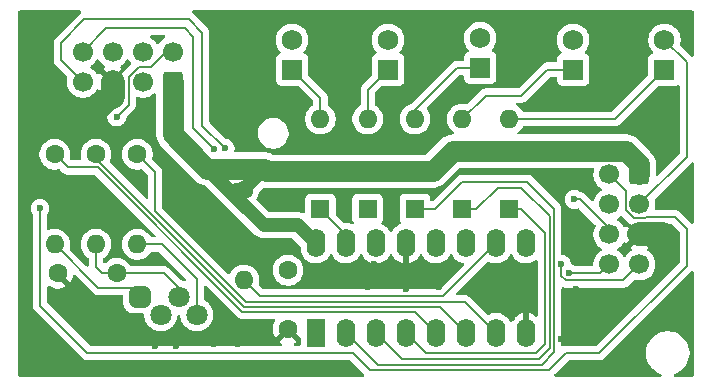
<source format=gbr>
%TF.GenerationSoftware,KiCad,Pcbnew,9.0.2*%
%TF.CreationDate,2025-06-11T23:47:40-06:00*%
%TF.ProjectId,Isolinear Board PCB,49736f6c-696e-4656-9172-20426f617264,rev?*%
%TF.SameCoordinates,Original*%
%TF.FileFunction,Copper,L1,Top*%
%TF.FilePolarity,Positive*%
%FSLAX46Y46*%
G04 Gerber Fmt 4.6, Leading zero omitted, Abs format (unit mm)*
G04 Created by KiCad (PCBNEW 9.0.2) date 2025-06-11 23:47:40*
%MOMM*%
%LPD*%
G01*
G04 APERTURE LIST*
G04 Aperture macros list*
%AMRoundRect*
0 Rectangle with rounded corners*
0 $1 Rounding radius*
0 $2 $3 $4 $5 $6 $7 $8 $9 X,Y pos of 4 corners*
0 Add a 4 corners polygon primitive as box body*
4,1,4,$2,$3,$4,$5,$6,$7,$8,$9,$2,$3,0*
0 Add four circle primitives for the rounded corners*
1,1,$1+$1,$2,$3*
1,1,$1+$1,$4,$5*
1,1,$1+$1,$6,$7*
1,1,$1+$1,$8,$9*
0 Add four rect primitives between the rounded corners*
20,1,$1+$1,$2,$3,$4,$5,0*
20,1,$1+$1,$4,$5,$6,$7,0*
20,1,$1+$1,$6,$7,$8,$9,0*
20,1,$1+$1,$8,$9,$2,$3,0*%
G04 Aperture macros list end*
%TA.AperFunction,ComponentPad*%
%ADD10C,1.600000*%
%TD*%
%TA.AperFunction,ComponentPad*%
%ADD11O,1.600000X1.600000*%
%TD*%
%TA.AperFunction,ComponentPad*%
%ADD12RoundRect,0.450000X-0.450000X-0.450000X0.450000X-0.450000X0.450000X0.450000X-0.450000X0.450000X0*%
%TD*%
%TA.AperFunction,ComponentPad*%
%ADD13C,1.800000*%
%TD*%
%TA.AperFunction,ComponentPad*%
%ADD14R,1.600000X1.600000*%
%TD*%
%TA.AperFunction,ComponentPad*%
%ADD15R,1.600000X2.400000*%
%TD*%
%TA.AperFunction,ComponentPad*%
%ADD16O,1.600000X2.400000*%
%TD*%
%TA.AperFunction,ComponentPad*%
%ADD17RoundRect,0.250000X0.600000X0.600000X-0.600000X0.600000X-0.600000X-0.600000X0.600000X-0.600000X0*%
%TD*%
%TA.AperFunction,ComponentPad*%
%ADD18C,1.700000*%
%TD*%
%TA.AperFunction,ComponentPad*%
%ADD19R,1.750000X1.750000*%
%TD*%
%TA.AperFunction,ComponentPad*%
%ADD20C,1.750000*%
%TD*%
%TA.AperFunction,ComponentPad*%
%ADD21RoundRect,0.250000X0.600000X-0.600000X0.600000X0.600000X-0.600000X0.600000X-0.600000X-0.600000X0*%
%TD*%
%TA.AperFunction,ViaPad*%
%ADD22C,0.600000*%
%TD*%
%TA.AperFunction,Conductor*%
%ADD23C,0.200000*%
%TD*%
%TA.AperFunction,Conductor*%
%ADD24C,2.000000*%
%TD*%
%TA.AperFunction,Conductor*%
%ADD25C,1.800000*%
%TD*%
%TA.AperFunction,Conductor*%
%ADD26C,1.200000*%
%TD*%
G04 APERTURE END LIST*
D10*
%TO.P,R1,1*%
%TO.N,+3V3*%
X132500000Y-132190000D03*
D11*
%TO.P,R1,2*%
%TO.N,Net-(U1-~{SRCLR})*%
X132500000Y-139810000D03*
%TD*%
D12*
%TO.P,D1,1,DOUT*%
%TO.N,Net-(D1-DOUT)*%
X123700000Y-141240000D03*
D13*
%TO.P,D1,2,GND*%
%TO.N,Net-(D1-GND)*%
X125478000Y-142764000D03*
%TO.P,D1,3,VDD*%
%TO.N,Net-(D1-VDD)*%
X127002000Y-141240000D03*
%TO.P,D1,4,DIN*%
%TO.N,Net-(D1-DIN)*%
X128526000Y-142764000D03*
%TD*%
D10*
%TO.P,R3,1*%
%TO.N,/LED_G*%
X120000000Y-129190000D03*
D11*
%TO.P,R3,2*%
%TO.N,Net-(D1-VDD)*%
X120000000Y-136810000D03*
%TD*%
D14*
%TO.P,D6,1,K*%
%TO.N,/Switch 2*%
X143000000Y-133810000D03*
D11*
%TO.P,D6,2,A*%
%TO.N,Net-(D6-A)*%
X143000000Y-126190000D03*
%TD*%
D14*
%TO.P,D4,1,K*%
%TO.N,/Switch 4*%
X151000000Y-133810000D03*
D11*
%TO.P,D4,2,A*%
%TO.N,Net-(D4-A)*%
X151000000Y-126190000D03*
%TD*%
D14*
%TO.P,D5,1,K*%
%TO.N,/Switch 5*%
X155000000Y-133810000D03*
D11*
%TO.P,D5,2,A*%
%TO.N,Net-(D5-A)*%
X155000000Y-126190000D03*
%TD*%
D14*
%TO.P,D2,1,K*%
%TO.N,/Switch 1*%
X139000000Y-133810000D03*
D11*
%TO.P,D2,2,A*%
%TO.N,Net-(D2-A)*%
X139000000Y-126190000D03*
%TD*%
D10*
%TO.P,R4,1*%
%TO.N,/LED_B*%
X123500000Y-129190000D03*
D11*
%TO.P,R4,2*%
%TO.N,Net-(D1-DIN)*%
X123500000Y-136810000D03*
%TD*%
D14*
%TO.P,D3,1,K*%
%TO.N,/Switch 3*%
X147000000Y-133810000D03*
D11*
%TO.P,D3,2,A*%
%TO.N,Net-(D3-A)*%
X147000000Y-126190000D03*
%TD*%
D15*
%TO.P,U1,1,QB*%
%TO.N,/Switch 2*%
X138625000Y-144325000D03*
D16*
%TO.P,U1,2,QC*%
%TO.N,/Switch 3*%
X141165000Y-144325000D03*
%TO.P,U1,3,QD*%
%TO.N,/Switch 4*%
X143705000Y-144325000D03*
%TO.P,U1,4,QE*%
%TO.N,/Switch 5*%
X146245000Y-144325000D03*
%TO.P,U1,5,QF*%
%TO.N,/LED_R*%
X148785000Y-144325000D03*
%TO.P,U1,6,QG*%
%TO.N,/LED_G*%
X151325000Y-144325000D03*
%TO.P,U1,7,QH*%
%TO.N,/LED_B*%
X153865000Y-144325000D03*
%TO.P,U1,8,GND*%
%TO.N,GND*%
X156405000Y-144325000D03*
%TO.P,U1,9,QH'*%
%TO.N,/DATA_OUT*%
X156405000Y-136705000D03*
%TO.P,U1,10,~{SRCLR}*%
%TO.N,Net-(U1-~{SRCLR})*%
X153865000Y-136705000D03*
%TO.P,U1,11,SRCLK*%
%TO.N,/Data_Clock*%
X151325000Y-136705000D03*
%TO.P,U1,12,RCLK*%
%TO.N,/Latch_Clock*%
X148785000Y-136705000D03*
%TO.P,U1,13,~{OE}*%
%TO.N,GND*%
X146245000Y-136705000D03*
%TO.P,U1,14,SER*%
%TO.N,/Data_In*%
X143705000Y-136705000D03*
%TO.P,U1,15,QA*%
%TO.N,/Switch 1*%
X141165000Y-136705000D03*
%TO.P,U1,16,VCC*%
%TO.N,+3V3*%
X138625000Y-136705000D03*
%TD*%
D10*
%TO.P,R2,1*%
%TO.N,/LED_R*%
X116500000Y-129190000D03*
D11*
%TO.P,R2,2*%
%TO.N,Net-(D1-DOUT)*%
X116500000Y-136810000D03*
%TD*%
D17*
%TO.P,J7,1,Pin_1*%
%TO.N,+3V3*%
X166000000Y-130880000D03*
D18*
%TO.P,J7,2,Pin_2*%
%TO.N,/LED_Dout*%
X163460000Y-130880000D03*
%TO.P,J7,3,Pin_3*%
%TO.N,/MCU_ANALOG*%
X166000000Y-133420000D03*
%TO.P,J7,4,Pin_4*%
%TO.N,+5V*%
X163460000Y-133420000D03*
%TO.P,J7,5,Pin_5*%
%TO.N,GND*%
X166000000Y-135960000D03*
%TO.P,J7,6,Pin_6*%
%TO.N,/DATA_OUT*%
X163460000Y-135960000D03*
%TO.P,J7,7,Pin_7*%
%TO.N,/Data_Clock*%
X166000000Y-138500000D03*
%TO.P,J7,8,Pin_8*%
%TO.N,/Latch_Clock*%
X163460000Y-138500000D03*
%TD*%
D19*
%TO.P,J5,1,Pin_1*%
%TO.N,Net-(D5-A)*%
X168125000Y-122000000D03*
D20*
%TO.P,J5,2,Pin_2*%
%TO.N,/MCU_ANALOG*%
X168125000Y-119500000D03*
%TD*%
D10*
%TO.P,C1,1*%
%TO.N,Net-(D1-VDD)*%
X121750000Y-139250000D03*
%TO.P,C1,2*%
%TO.N,GND*%
X116750000Y-139250000D03*
%TD*%
%TO.P,C2,1*%
%TO.N,+3V3*%
X136250000Y-139000000D03*
%TO.P,C2,2*%
%TO.N,GND*%
X136250000Y-144000000D03*
%TD*%
D19*
%TO.P,J1,1,Pin_1*%
%TO.N,Net-(D2-A)*%
X136600000Y-122000000D03*
D20*
%TO.P,J1,2,Pin_2*%
%TO.N,/MCU_ANALOG*%
X136600000Y-119500000D03*
%TD*%
D21*
%TO.P,J6,1,Pin_1*%
%TO.N,+3V3*%
X126500000Y-123040000D03*
D18*
%TO.P,J6,2,Pin_2*%
%TO.N,/LED_DIN*%
X126500000Y-120500000D03*
%TO.P,J6,3,Pin_3*%
%TO.N,/MCU_ANALOG*%
X123960000Y-123040000D03*
%TO.P,J6,4,Pin_4*%
%TO.N,+5V*%
X123960000Y-120500000D03*
%TO.P,J6,5,Pin_5*%
%TO.N,GND*%
X121420000Y-123040000D03*
%TO.P,J6,6,Pin_6*%
%TO.N,/Data_In*%
X121420000Y-120500000D03*
%TO.P,J6,7,Pin_7*%
%TO.N,/Data_Clock*%
X118880000Y-123040000D03*
%TO.P,J6,8,Pin_8*%
%TO.N,/Latch_Clock*%
X118880000Y-120500000D03*
%TD*%
D19*
%TO.P,J2,1,Pin_1*%
%TO.N,Net-(D6-A)*%
X144725000Y-122000000D03*
D20*
%TO.P,J2,2,Pin_2*%
%TO.N,/MCU_ANALOG*%
X144725000Y-119500000D03*
%TD*%
D19*
%TO.P,J4,1,Pin_1*%
%TO.N,Net-(D4-A)*%
X160400000Y-122000000D03*
D20*
%TO.P,J4,2,Pin_2*%
%TO.N,/MCU_ANALOG*%
X160400000Y-119500000D03*
%TD*%
D19*
%TO.P,J3,1,Pin_1*%
%TO.N,Net-(D3-A)*%
X152525000Y-121850000D03*
D20*
%TO.P,J3,2,Pin_2*%
%TO.N,/MCU_ANALOG*%
X152525000Y-119350000D03*
%TD*%
D22*
%TO.N,GND*%
X139750000Y-138750000D03*
X124000000Y-125800000D03*
X144500000Y-140000000D03*
X125000000Y-145400000D03*
X145500000Y-132500000D03*
X145000000Y-127900000D03*
X147500000Y-138750000D03*
X156000000Y-141500000D03*
X128000000Y-131800000D03*
X132000000Y-145250000D03*
X131000000Y-121500000D03*
X158200000Y-127200000D03*
X165750000Y-126250000D03*
X143000000Y-140400000D03*
X154000000Y-141500000D03*
X156600000Y-140400000D03*
X116500000Y-125750000D03*
X159400000Y-144800000D03*
X117250000Y-127250000D03*
X140000000Y-121500000D03*
X145000000Y-138750000D03*
X156000000Y-120750000D03*
X163400000Y-143000000D03*
X129250000Y-135750000D03*
X126500000Y-134000000D03*
X132300000Y-128300000D03*
X164600000Y-140800000D03*
X119000000Y-125750000D03*
X133750000Y-137500000D03*
X118400000Y-127200000D03*
X125200000Y-119400000D03*
X117000000Y-145500000D03*
X124700000Y-124600000D03*
X114250000Y-147250000D03*
X146200000Y-140600000D03*
X139750000Y-140250000D03*
X151200000Y-130600000D03*
X148000000Y-118000000D03*
X169500000Y-118000000D03*
X138500000Y-139000000D03*
X163500000Y-146500000D03*
X159600000Y-143000000D03*
X160600000Y-142200000D03*
X164000000Y-121850000D03*
X124800000Y-126900000D03*
X136500000Y-133500000D03*
X159750000Y-136000000D03*
X169200000Y-136000000D03*
X130300000Y-117900000D03*
X124000000Y-125000000D03*
X141000000Y-140000000D03*
X114500000Y-118000000D03*
X116000000Y-121250000D03*
X123500000Y-145000000D03*
X116500000Y-141250000D03*
X159600000Y-141500000D03*
X160600000Y-140600000D03*
X130000000Y-145250000D03*
X141000000Y-139000000D03*
X155200000Y-143000000D03*
X169500000Y-140500000D03*
X167600000Y-137400000D03*
X138500000Y-140000000D03*
X129000000Y-132800000D03*
X168500000Y-137750000D03*
X149000000Y-140400000D03*
X141000000Y-133500000D03*
X168000000Y-136000000D03*
X116750000Y-123500000D03*
X127100000Y-130900000D03*
X163400000Y-140800000D03*
X126800000Y-145400000D03*
X168500000Y-133000000D03*
X128500000Y-145000000D03*
X143500000Y-138500000D03*
X149500000Y-138750000D03*
X155200000Y-140400000D03*
X168500000Y-126500000D03*
X161000000Y-131000000D03*
X134000000Y-144500000D03*
X169200000Y-137000000D03*
X160600000Y-143800000D03*
%TO.N,/Latch_Clock*%
X129975000Y-128725000D03*
X160002983Y-139258949D03*
%TO.N,/Data_Clock*%
X159400000Y-138500000D03*
X130925000Y-128675000D03*
%TO.N,/LED_DIN*%
X121750000Y-126000000D03*
%TO.N,/LED_Dout*%
X115250000Y-133750000D03*
%TO.N,/DATA_OUT*%
X160500000Y-133000000D03*
%TD*%
D23*
%TO.N,Net-(D1-VDD)*%
X120000000Y-138750000D02*
X120500000Y-139250000D01*
X120500000Y-139250000D02*
X121750000Y-139250000D01*
X125752000Y-139250000D02*
X127002000Y-140500000D01*
X121750000Y-139250000D02*
X125752000Y-139250000D01*
X120000000Y-136810000D02*
X120000000Y-138750000D01*
%TO.N,Net-(D1-DIN)*%
X123500000Y-136810000D02*
X125560000Y-136810000D01*
X128526000Y-139776000D02*
X128526000Y-142024000D01*
X125560000Y-136810000D02*
X128526000Y-139776000D01*
%TO.N,Net-(D1-DOUT)*%
X120190000Y-140500000D02*
X123700000Y-140500000D01*
X116500000Y-136810000D02*
X120190000Y-140500000D01*
D24*
%TO.N,GND*%
X121170000Y-124330000D02*
X120250000Y-125250000D01*
X166000000Y-135960000D02*
X167960000Y-135960000D01*
X121420000Y-123040000D02*
X121420000Y-124330000D01*
D23*
X167960000Y-135960000D02*
X168000000Y-136000000D01*
%TO.N,/Switch 1*%
X141165000Y-135975000D02*
X141165000Y-136705000D01*
X139000000Y-133810000D02*
X141165000Y-135975000D01*
%TO.N,Net-(D2-A)*%
X139000000Y-126190000D02*
X139000000Y-124400000D01*
X139000000Y-124400000D02*
X136600000Y-122000000D01*
%TO.N,Net-(D3-A)*%
X150550000Y-121850000D02*
X152525000Y-121850000D01*
X147000000Y-126190000D02*
X147000000Y-125400000D01*
X147000000Y-125400000D02*
X150550000Y-121850000D01*
%TO.N,/Switch 3*%
X158800000Y-145950000D02*
X157750000Y-147000000D01*
X143840000Y-147000000D02*
X141165000Y-144325000D01*
X157750000Y-147000000D02*
X143840000Y-147000000D01*
X158800000Y-133800000D02*
X158800000Y-145950000D01*
X156500000Y-131500000D02*
X158800000Y-133800000D01*
X151000000Y-131500000D02*
X156500000Y-131500000D01*
X147000000Y-133810000D02*
X148690000Y-133810000D01*
X148690000Y-133810000D02*
X151000000Y-131500000D01*
%TO.N,/Switch 4*%
X158400000Y-134400000D02*
X158400000Y-145600000D01*
X152190000Y-133810000D02*
X154000000Y-132000000D01*
X157500000Y-146500000D02*
X145880000Y-146500000D01*
X154000000Y-132000000D02*
X156000000Y-132000000D01*
X145880000Y-146500000D02*
X143705000Y-144325000D01*
X158400000Y-145600000D02*
X157500000Y-146500000D01*
X156000000Y-132000000D02*
X158400000Y-134400000D01*
X151000000Y-133810000D02*
X152190000Y-133810000D01*
%TO.N,Net-(D4-A)*%
X158200000Y-122000000D02*
X160400000Y-122000000D01*
X156000000Y-124200000D02*
X158200000Y-122000000D01*
X151000000Y-126190000D02*
X152990000Y-124200000D01*
X152990000Y-124200000D02*
X156000000Y-124200000D01*
%TO.N,/Switch 5*%
X158000000Y-145250000D02*
X157250000Y-146000000D01*
X158000000Y-135810000D02*
X158000000Y-145250000D01*
X155000000Y-133810000D02*
X156000000Y-133810000D01*
X157250000Y-146000000D02*
X147920000Y-146000000D01*
X147920000Y-146000000D02*
X146245000Y-144325000D01*
X156000000Y-133810000D02*
X158000000Y-135810000D01*
%TO.N,Net-(D5-A)*%
X163935000Y-126190000D02*
X168125000Y-122000000D01*
X155000000Y-126190000D02*
X163935000Y-126190000D01*
%TO.N,/MCU_ANALOG*%
X170000000Y-129420000D02*
X166000000Y-133420000D01*
X170000000Y-121375000D02*
X170000000Y-129420000D01*
X168125000Y-119500000D02*
X170000000Y-121375000D01*
%TO.N,/Latch_Clock*%
X128241051Y-119241051D02*
X127500000Y-118500000D01*
X128241051Y-126988649D02*
X128241051Y-119241051D01*
X120880000Y-118500000D02*
X118880000Y-120500000D01*
X129975000Y-128725000D02*
X129975000Y-128722598D01*
X129975000Y-128722598D02*
X128241051Y-126988649D01*
X160002983Y-139258949D02*
X162701051Y-139258949D01*
X127500000Y-118500000D02*
X120880000Y-118500000D01*
X162701051Y-139258949D02*
X163460000Y-138500000D01*
%TO.N,/Data_Clock*%
X159754454Y-139858949D02*
X164641051Y-139858949D01*
X119000000Y-117750000D02*
X117000000Y-119750000D01*
X130925000Y-128675000D02*
X129000000Y-126750000D01*
X117000000Y-121160000D02*
X118880000Y-123040000D01*
X164641051Y-139858949D02*
X166000000Y-138500000D01*
X129000000Y-126750000D02*
X129000000Y-118902405D01*
X117000000Y-119750000D02*
X117000000Y-121160000D01*
X127847595Y-117750000D02*
X119000000Y-117750000D01*
X159400000Y-139504495D02*
X159754454Y-139858949D01*
X129000000Y-118902405D02*
X127847595Y-117750000D01*
X159400000Y-138500000D02*
X159400000Y-139504495D01*
%TO.N,/LED_DIN*%
X121750000Y-126000000D02*
X122750000Y-125000000D01*
X124684314Y-121750000D02*
X125934314Y-120500000D01*
X122750000Y-122623654D02*
X123623654Y-121750000D01*
X123623654Y-121750000D02*
X124684314Y-121750000D01*
X122750000Y-125000000D02*
X122750000Y-122623654D01*
X125934314Y-120500000D02*
X126500000Y-120500000D01*
D25*
%TO.N,+3V3*%
X129400000Y-130400000D02*
X128500000Y-129500000D01*
D26*
X132410000Y-132190000D02*
X131810000Y-132190000D01*
X131810000Y-132190000D02*
X131500000Y-132500000D01*
D25*
X150212944Y-128900000D02*
X164870000Y-128900000D01*
D26*
X133000000Y-134000000D02*
X131500000Y-132500000D01*
X134200000Y-130400000D02*
X132410000Y-132190000D01*
D25*
X134200000Y-130400000D02*
X134400000Y-130600000D01*
X134200000Y-130400000D02*
X129400000Y-130400000D01*
D26*
X137110000Y-135190000D02*
X138625000Y-136705000D01*
D25*
X126500000Y-127500000D02*
X126500000Y-123040000D01*
D26*
X134190000Y-135190000D02*
X133000000Y-134000000D01*
X135000000Y-135190000D02*
X137110000Y-135190000D01*
D25*
X148512944Y-130600000D02*
X150212944Y-128900000D01*
X166000000Y-130030000D02*
X166000000Y-130880000D01*
D26*
X131500000Y-132500000D02*
X128000000Y-129000000D01*
X135000000Y-135190000D02*
X134190000Y-135190000D01*
D25*
X128500000Y-129500000D02*
X126500000Y-127500000D01*
X128500000Y-129500000D02*
X128000000Y-129000000D01*
X134400000Y-130600000D02*
X148512944Y-130600000D01*
X164870000Y-128900000D02*
X166000000Y-130030000D01*
D23*
%TO.N,/LED_Dout*%
X164850000Y-133896346D02*
X164850000Y-132270000D01*
X162600000Y-146000000D02*
X170000000Y-138600000D01*
X166476346Y-134570000D02*
X165523654Y-134570000D01*
X166546346Y-134500000D02*
X166476346Y-134570000D01*
X158349000Y-147401000D02*
X159750000Y-146000000D01*
X159750000Y-146000000D02*
X162600000Y-146000000D01*
X165523654Y-134570000D02*
X164850000Y-133896346D01*
X170000000Y-138600000D02*
X170000000Y-135500000D01*
X170000000Y-135500000D02*
X169000000Y-134500000D01*
X141750000Y-146000000D02*
X143151000Y-147401000D01*
X143151000Y-147401000D02*
X158349000Y-147401000D01*
X119250000Y-146000000D02*
X141750000Y-146000000D01*
X115250000Y-133750000D02*
X115250000Y-142000000D01*
X164850000Y-132270000D02*
X163460000Y-130880000D01*
X169000000Y-134500000D02*
X166546346Y-134500000D01*
X115250000Y-142000000D02*
X119250000Y-146000000D01*
%TO.N,/DATA_OUT*%
X161000000Y-133000000D02*
X163460000Y-135460000D01*
X163460000Y-135460000D02*
X163460000Y-135960000D01*
X160500000Y-133000000D02*
X161000000Y-133000000D01*
%TO.N,Net-(U1-~{SRCLR})*%
X132500000Y-139810000D02*
X133890000Y-141200000D01*
X133890000Y-141200000D02*
X149370000Y-141200000D01*
X149370000Y-141200000D02*
X153865000Y-136705000D01*
%TO.N,/LED_R*%
X132368628Y-142500000D02*
X120158628Y-130290000D01*
X117600000Y-130290000D02*
X116500000Y-129190000D01*
X146960000Y-142500000D02*
X132368628Y-142500000D01*
X148785000Y-144325000D02*
X146960000Y-142500000D01*
X120158628Y-130290000D02*
X117600000Y-130290000D01*
%TO.N,/LED_G*%
X120000000Y-129565686D02*
X120000000Y-129190000D01*
X132534314Y-142100000D02*
X120000000Y-129565686D01*
X149100000Y-142100000D02*
X132534314Y-142100000D01*
X151325000Y-144325000D02*
X149100000Y-142100000D01*
%TO.N,/LED_B*%
X151240000Y-141700000D02*
X153865000Y-144325000D01*
X132700000Y-141700000D02*
X151240000Y-141700000D01*
X125000000Y-134000000D02*
X132700000Y-141700000D01*
X125000000Y-130690000D02*
X125000000Y-134000000D01*
X123500000Y-129190000D02*
X125000000Y-130690000D01*
%TO.N,Net-(D6-A)*%
X142950000Y-126140000D02*
X143000000Y-126190000D01*
X143000000Y-126190000D02*
X143000000Y-123725000D01*
X143000000Y-123725000D02*
X144725000Y-122000000D01*
%TD*%
%TA.AperFunction,Conductor*%
%TO.N,GND*%
G36*
X118701436Y-117020185D02*
G01*
X118747191Y-117072989D01*
X118757135Y-117142147D01*
X118728110Y-117205703D01*
X118696397Y-117231887D01*
X118631287Y-117269477D01*
X118631282Y-117269481D01*
X116519481Y-119381282D01*
X116519480Y-119381284D01*
X116479228Y-119451003D01*
X116440423Y-119518215D01*
X116399499Y-119670943D01*
X116399499Y-119670945D01*
X116399499Y-119839046D01*
X116399500Y-119839059D01*
X116399500Y-121073330D01*
X116399499Y-121073348D01*
X116399499Y-121239054D01*
X116399498Y-121239054D01*
X116440423Y-121391786D01*
X116440424Y-121391787D01*
X116468504Y-121440423D01*
X116519480Y-121528716D01*
X116519482Y-121528718D01*
X116638349Y-121647585D01*
X116638355Y-121647590D01*
X117546241Y-122555476D01*
X117579726Y-122616799D01*
X117576492Y-122681473D01*
X117562753Y-122723757D01*
X117529500Y-122933713D01*
X117529500Y-123146286D01*
X117561937Y-123351088D01*
X117562754Y-123356243D01*
X117607258Y-123493213D01*
X117628444Y-123558414D01*
X117724951Y-123747820D01*
X117849890Y-123919786D01*
X118000213Y-124070109D01*
X118172179Y-124195048D01*
X118172181Y-124195049D01*
X118172184Y-124195051D01*
X118361588Y-124291557D01*
X118563757Y-124357246D01*
X118773713Y-124390500D01*
X118773714Y-124390500D01*
X118986286Y-124390500D01*
X118986287Y-124390500D01*
X119196243Y-124357246D01*
X119398412Y-124291557D01*
X119587816Y-124195051D01*
X119609789Y-124179086D01*
X119759786Y-124070109D01*
X119759788Y-124070106D01*
X119759792Y-124070104D01*
X119910104Y-123919792D01*
X119910106Y-123919788D01*
X119910109Y-123919786D01*
X119986932Y-123814046D01*
X120035051Y-123747816D01*
X120039793Y-123738508D01*
X120087763Y-123687711D01*
X120155583Y-123670911D01*
X120221719Y-123693445D01*
X120260763Y-123738500D01*
X120265373Y-123747547D01*
X120304728Y-123801716D01*
X120937037Y-123169408D01*
X120954075Y-123232993D01*
X121019901Y-123347007D01*
X121112993Y-123440099D01*
X121227007Y-123505925D01*
X121290590Y-123522962D01*
X120658282Y-124155269D01*
X120658282Y-124155270D01*
X120712449Y-124194624D01*
X120901782Y-124291095D01*
X121103870Y-124356757D01*
X121313754Y-124390000D01*
X121526246Y-124390000D01*
X121736127Y-124356757D01*
X121736130Y-124356757D01*
X121938219Y-124291094D01*
X121969204Y-124275307D01*
X122037873Y-124262410D01*
X122102614Y-124288686D01*
X122142871Y-124345791D01*
X122149500Y-124385791D01*
X122149500Y-124699902D01*
X122129815Y-124766941D01*
X122113181Y-124787583D01*
X121735339Y-125165425D01*
X121674016Y-125198910D01*
X121671850Y-125199361D01*
X121516508Y-125230261D01*
X121516498Y-125230264D01*
X121370827Y-125290602D01*
X121370814Y-125290609D01*
X121239711Y-125378210D01*
X121239707Y-125378213D01*
X121128213Y-125489707D01*
X121128210Y-125489711D01*
X121040609Y-125620814D01*
X121040602Y-125620827D01*
X120980264Y-125766498D01*
X120980261Y-125766510D01*
X120949500Y-125921153D01*
X120949500Y-126078846D01*
X120980261Y-126233489D01*
X120980264Y-126233501D01*
X121040602Y-126379172D01*
X121040609Y-126379185D01*
X121128210Y-126510288D01*
X121128213Y-126510292D01*
X121239707Y-126621786D01*
X121239711Y-126621789D01*
X121370814Y-126709390D01*
X121370827Y-126709397D01*
X121467827Y-126749575D01*
X121516503Y-126769737D01*
X121671153Y-126800499D01*
X121671156Y-126800500D01*
X121671158Y-126800500D01*
X121828844Y-126800500D01*
X121828845Y-126800499D01*
X121983497Y-126769737D01*
X122129179Y-126709394D01*
X122260289Y-126621789D01*
X122371789Y-126510289D01*
X122459394Y-126379179D01*
X122519737Y-126233497D01*
X122546391Y-126099500D01*
X122550638Y-126078150D01*
X122583023Y-126016239D01*
X122584515Y-126014719D01*
X123230520Y-125368716D01*
X123309577Y-125231784D01*
X123350501Y-125079057D01*
X123350501Y-124920942D01*
X123350501Y-124913347D01*
X123350500Y-124913329D01*
X123350500Y-124432631D01*
X123370185Y-124365592D01*
X123422989Y-124319837D01*
X123492147Y-124309893D01*
X123512803Y-124314696D01*
X123643757Y-124357246D01*
X123853713Y-124390500D01*
X123853714Y-124390500D01*
X124066286Y-124390500D01*
X124066287Y-124390500D01*
X124276243Y-124357246D01*
X124478412Y-124291557D01*
X124667816Y-124195051D01*
X124689789Y-124179086D01*
X124839786Y-124070109D01*
X124839788Y-124070106D01*
X124839792Y-124070104D01*
X124887819Y-124022077D01*
X124949142Y-123988592D01*
X125018834Y-123993576D01*
X125074767Y-124035448D01*
X125099184Y-124100912D01*
X125099500Y-124109758D01*
X125099500Y-127385362D01*
X125099499Y-127385377D01*
X125099499Y-127610220D01*
X125129904Y-127802186D01*
X125133985Y-127827952D01*
X125202103Y-128037603D01*
X125202104Y-128037606D01*
X125302187Y-128234025D01*
X125431751Y-128412357D01*
X125431755Y-128412361D01*
X125431758Y-128412365D01*
X125527779Y-128508386D01*
X125591965Y-128572572D01*
X125591976Y-128572582D01*
X128328632Y-131309238D01*
X128328646Y-131309253D01*
X128331757Y-131312364D01*
X128331758Y-131312365D01*
X128487635Y-131468242D01*
X128487638Y-131468244D01*
X128487642Y-131468248D01*
X128548365Y-131512365D01*
X128665978Y-131597815D01*
X128794375Y-131663237D01*
X128862393Y-131697895D01*
X128862396Y-131697896D01*
X129072045Y-131766014D01*
X129072049Y-131766015D01*
X129195777Y-131785611D01*
X129258912Y-131815540D01*
X129264061Y-131820403D01*
X130660585Y-133216927D01*
X130660586Y-133216928D01*
X132160586Y-134716928D01*
X133350586Y-135906928D01*
X133473072Y-136029414D01*
X133613212Y-136131232D01*
X133767555Y-136209873D01*
X133932299Y-136263402D01*
X134103389Y-136290500D01*
X134913389Y-136290500D01*
X136602796Y-136290500D01*
X136669835Y-136310185D01*
X136690477Y-136326819D01*
X137288181Y-136924523D01*
X137321666Y-136985846D01*
X137324500Y-137012204D01*
X137324500Y-137207351D01*
X137356522Y-137409534D01*
X137419781Y-137604223D01*
X137512715Y-137786613D01*
X137633028Y-137952213D01*
X137777786Y-138096971D01*
X137932749Y-138209556D01*
X137943390Y-138217287D01*
X138054635Y-138273969D01*
X138125776Y-138310218D01*
X138125778Y-138310218D01*
X138125781Y-138310220D01*
X138227695Y-138343334D01*
X138320465Y-138373477D01*
X138409533Y-138387584D01*
X138522648Y-138405500D01*
X138522649Y-138405500D01*
X138727351Y-138405500D01*
X138727352Y-138405500D01*
X138929534Y-138373477D01*
X139124219Y-138310220D01*
X139306610Y-138217287D01*
X139399590Y-138149732D01*
X139472213Y-138096971D01*
X139472215Y-138096968D01*
X139472219Y-138096966D01*
X139616966Y-137952219D01*
X139616968Y-137952215D01*
X139616971Y-137952213D01*
X139737284Y-137786614D01*
X139737286Y-137786611D01*
X139737287Y-137786610D01*
X139784516Y-137693917D01*
X139832489Y-137643123D01*
X139900310Y-137626328D01*
X139966445Y-137648865D01*
X140005483Y-137693917D01*
X140024644Y-137731522D01*
X140052715Y-137786614D01*
X140173028Y-137952213D01*
X140317786Y-138096971D01*
X140472749Y-138209556D01*
X140483390Y-138217287D01*
X140594635Y-138273969D01*
X140665776Y-138310218D01*
X140665778Y-138310218D01*
X140665781Y-138310220D01*
X140767695Y-138343334D01*
X140860465Y-138373477D01*
X140949533Y-138387584D01*
X141062648Y-138405500D01*
X141062649Y-138405500D01*
X141267351Y-138405500D01*
X141267352Y-138405500D01*
X141469534Y-138373477D01*
X141664219Y-138310220D01*
X141846610Y-138217287D01*
X141939590Y-138149732D01*
X142012213Y-138096971D01*
X142012215Y-138096968D01*
X142012219Y-138096966D01*
X142156966Y-137952219D01*
X142156968Y-137952215D01*
X142156971Y-137952213D01*
X142277284Y-137786614D01*
X142277286Y-137786611D01*
X142277287Y-137786610D01*
X142324516Y-137693917D01*
X142372489Y-137643123D01*
X142440310Y-137626328D01*
X142506445Y-137648865D01*
X142545483Y-137693917D01*
X142564644Y-137731522D01*
X142592715Y-137786614D01*
X142713028Y-137952213D01*
X142857786Y-138096971D01*
X143012749Y-138209556D01*
X143023390Y-138217287D01*
X143134635Y-138273969D01*
X143205776Y-138310218D01*
X143205778Y-138310218D01*
X143205781Y-138310220D01*
X143307695Y-138343334D01*
X143400465Y-138373477D01*
X143489533Y-138387584D01*
X143602648Y-138405500D01*
X143602649Y-138405500D01*
X143807351Y-138405500D01*
X143807352Y-138405500D01*
X144009534Y-138373477D01*
X144204219Y-138310220D01*
X144386610Y-138217287D01*
X144479590Y-138149732D01*
X144552213Y-138096971D01*
X144552215Y-138096968D01*
X144552219Y-138096966D01*
X144696966Y-137952219D01*
X144696968Y-137952215D01*
X144696971Y-137952213D01*
X144817284Y-137786614D01*
X144817286Y-137786611D01*
X144817287Y-137786610D01*
X144864795Y-137693369D01*
X144912770Y-137642574D01*
X144980591Y-137625779D01*
X145046725Y-137648316D01*
X145085765Y-137693370D01*
X145133140Y-137786349D01*
X145253417Y-137951894D01*
X145253417Y-137951895D01*
X145398104Y-138096582D01*
X145563650Y-138216859D01*
X145745968Y-138309754D01*
X145940578Y-138372988D01*
X145995000Y-138381607D01*
X145995000Y-137020686D01*
X145999394Y-137025080D01*
X146090606Y-137077741D01*
X146192339Y-137105000D01*
X146297661Y-137105000D01*
X146399394Y-137077741D01*
X146490606Y-137025080D01*
X146495000Y-137020686D01*
X146495000Y-138381606D01*
X146549421Y-138372988D01*
X146744031Y-138309754D01*
X146926349Y-138216859D01*
X147091894Y-138096582D01*
X147091895Y-138096582D01*
X147236582Y-137951895D01*
X147236582Y-137951894D01*
X147356861Y-137786347D01*
X147404234Y-137693371D01*
X147452208Y-137642575D01*
X147520028Y-137625779D01*
X147586164Y-137648316D01*
X147625203Y-137693369D01*
X147672713Y-137786611D01*
X147793028Y-137952213D01*
X147937786Y-138096971D01*
X148092749Y-138209556D01*
X148103390Y-138217287D01*
X148214635Y-138273969D01*
X148285776Y-138310218D01*
X148285778Y-138310218D01*
X148285781Y-138310220D01*
X148387695Y-138343334D01*
X148480465Y-138373477D01*
X148569533Y-138387584D01*
X148682648Y-138405500D01*
X148682649Y-138405500D01*
X148887351Y-138405500D01*
X148887352Y-138405500D01*
X149089534Y-138373477D01*
X149284219Y-138310220D01*
X149466610Y-138217287D01*
X149559590Y-138149732D01*
X149632213Y-138096971D01*
X149632215Y-138096968D01*
X149632219Y-138096966D01*
X149776966Y-137952219D01*
X149776968Y-137952215D01*
X149776971Y-137952213D01*
X149897284Y-137786614D01*
X149897286Y-137786611D01*
X149897287Y-137786610D01*
X149944516Y-137693917D01*
X149992489Y-137643123D01*
X150060310Y-137626328D01*
X150126445Y-137648865D01*
X150165483Y-137693917D01*
X150184644Y-137731522D01*
X150212715Y-137786614D01*
X150333028Y-137952213D01*
X150477786Y-138096971D01*
X150632749Y-138209556D01*
X150643390Y-138217287D01*
X150754635Y-138273969D01*
X150825776Y-138310218D01*
X150825778Y-138310218D01*
X150825781Y-138310220D01*
X151020466Y-138373477D01*
X151062237Y-138380093D01*
X151125368Y-138410020D01*
X151162300Y-138469331D01*
X151161304Y-138539193D01*
X151130518Y-138590246D01*
X149157584Y-140563181D01*
X149096261Y-140596666D01*
X149069903Y-140599500D01*
X134190097Y-140599500D01*
X134123058Y-140579815D01*
X134102416Y-140563181D01*
X133794077Y-140254842D01*
X133760592Y-140193519D01*
X133763828Y-140128841D01*
X133768477Y-140114534D01*
X133800500Y-139912352D01*
X133800500Y-139707648D01*
X133768477Y-139505466D01*
X133766447Y-139499219D01*
X133705218Y-139310776D01*
X133671503Y-139244607D01*
X133612287Y-139128390D01*
X133584927Y-139090732D01*
X133494059Y-138965661D01*
X133494058Y-138965659D01*
X133494056Y-138965657D01*
X133491969Y-138962784D01*
X133426833Y-138897648D01*
X134949500Y-138897648D01*
X134949500Y-139102351D01*
X134981522Y-139304534D01*
X135044781Y-139499223D01*
X135107718Y-139622741D01*
X135124180Y-139655051D01*
X135137715Y-139681613D01*
X135258028Y-139847213D01*
X135402786Y-139991971D01*
X135557749Y-140104556D01*
X135568390Y-140112287D01*
X135684607Y-140171503D01*
X135750776Y-140205218D01*
X135750778Y-140205218D01*
X135750781Y-140205220D01*
X135819860Y-140227665D01*
X135945465Y-140268477D01*
X136041774Y-140283731D01*
X136147648Y-140300500D01*
X136147649Y-140300500D01*
X136352351Y-140300500D01*
X136352352Y-140300500D01*
X136554534Y-140268477D01*
X136749219Y-140205220D01*
X136931610Y-140112287D01*
X137052116Y-140024735D01*
X137097213Y-139991971D01*
X137097215Y-139991968D01*
X137097219Y-139991966D01*
X137241966Y-139847219D01*
X137241968Y-139847215D01*
X137241971Y-139847213D01*
X137343369Y-139707648D01*
X137362287Y-139681610D01*
X137455220Y-139499219D01*
X137518477Y-139304534D01*
X137550500Y-139102352D01*
X137550500Y-138897648D01*
X137530200Y-138769479D01*
X137518477Y-138695465D01*
X137471558Y-138551064D01*
X137455220Y-138500781D01*
X137455218Y-138500778D01*
X137455218Y-138500776D01*
X137414650Y-138421158D01*
X137362287Y-138318390D01*
X137348856Y-138299903D01*
X137241971Y-138152786D01*
X137097213Y-138008028D01*
X136931613Y-137887715D01*
X136931612Y-137887714D01*
X136931610Y-137887713D01*
X136849740Y-137845998D01*
X136749223Y-137794781D01*
X136554534Y-137731522D01*
X136379305Y-137703769D01*
X136352352Y-137699500D01*
X136147648Y-137699500D01*
X136123329Y-137703351D01*
X135945465Y-137731522D01*
X135750776Y-137794781D01*
X135568386Y-137887715D01*
X135402786Y-138008028D01*
X135258028Y-138152786D01*
X135137715Y-138318386D01*
X135044781Y-138500776D01*
X134981522Y-138695465D01*
X134949500Y-138897648D01*
X133426833Y-138897648D01*
X133347213Y-138818028D01*
X133181613Y-138697715D01*
X133181612Y-138697714D01*
X133181610Y-138697713D01*
X133124653Y-138668691D01*
X132999223Y-138604781D01*
X132804534Y-138541522D01*
X132629995Y-138513878D01*
X132602352Y-138509500D01*
X132397648Y-138509500D01*
X132373329Y-138513351D01*
X132195465Y-138541522D01*
X132000776Y-138604781D01*
X131818386Y-138697715D01*
X131652786Y-138818028D01*
X131508028Y-138962786D01*
X131387715Y-139128385D01*
X131326775Y-139247988D01*
X131278801Y-139298784D01*
X131210980Y-139315579D01*
X131144845Y-139293042D01*
X131128609Y-139279374D01*
X125636819Y-133787584D01*
X125603334Y-133726261D01*
X125600500Y-133699903D01*
X125600500Y-130610945D01*
X125600500Y-130610943D01*
X125559577Y-130458216D01*
X125550300Y-130442147D01*
X125480524Y-130321290D01*
X125480521Y-130321286D01*
X125480520Y-130321284D01*
X125368716Y-130209480D01*
X125368715Y-130209479D01*
X125364385Y-130205149D01*
X125364374Y-130205139D01*
X124794077Y-129634842D01*
X124760592Y-129573519D01*
X124763828Y-129508841D01*
X124765794Y-129502790D01*
X124768477Y-129494534D01*
X124800500Y-129292352D01*
X124800500Y-129087648D01*
X124768477Y-128885465D01*
X124705218Y-128690776D01*
X124657007Y-128596158D01*
X124612287Y-128508390D01*
X124604556Y-128497749D01*
X124491971Y-128342786D01*
X124347213Y-128198028D01*
X124181613Y-128077715D01*
X124181612Y-128077714D01*
X124181610Y-128077713D01*
X124102890Y-128037603D01*
X123999223Y-127984781D01*
X123804534Y-127921522D01*
X123629995Y-127893878D01*
X123602352Y-127889500D01*
X123397648Y-127889500D01*
X123373329Y-127893351D01*
X123195465Y-127921522D01*
X123000776Y-127984781D01*
X122818386Y-128077715D01*
X122652786Y-128198028D01*
X122508028Y-128342786D01*
X122387715Y-128508386D01*
X122294781Y-128690776D01*
X122231522Y-128885465D01*
X122199500Y-129087648D01*
X122199500Y-129292351D01*
X122231522Y-129494534D01*
X122294781Y-129689223D01*
X122338945Y-129775898D01*
X122378188Y-129852917D01*
X122387715Y-129871613D01*
X122508028Y-130037213D01*
X122652786Y-130181971D01*
X122807749Y-130294556D01*
X122818390Y-130302287D01*
X122932575Y-130360467D01*
X123000776Y-130395218D01*
X123000778Y-130395218D01*
X123000781Y-130395220D01*
X123053545Y-130412364D01*
X123195465Y-130458477D01*
X123223555Y-130462926D01*
X123397648Y-130490500D01*
X123397649Y-130490500D01*
X123602351Y-130490500D01*
X123602352Y-130490500D01*
X123804534Y-130458477D01*
X123818842Y-130453827D01*
X123888682Y-130451831D01*
X123944842Y-130484077D01*
X124363181Y-130902416D01*
X124396666Y-130963739D01*
X124399500Y-130990097D01*
X124399500Y-132816589D01*
X124379815Y-132883628D01*
X124327011Y-132929383D01*
X124257853Y-132939327D01*
X124194297Y-132910302D01*
X124187819Y-132904270D01*
X121190462Y-129906913D01*
X121156977Y-129845590D01*
X121161961Y-129775898D01*
X121167659Y-129762936D01*
X121205217Y-129689225D01*
X121205218Y-129689223D01*
X121205220Y-129689219D01*
X121268477Y-129494534D01*
X121300500Y-129292352D01*
X121300500Y-129087648D01*
X121268477Y-128885465D01*
X121205218Y-128690776D01*
X121157007Y-128596158D01*
X121112287Y-128508390D01*
X121104556Y-128497749D01*
X120991971Y-128342786D01*
X120847213Y-128198028D01*
X120681613Y-128077715D01*
X120681612Y-128077714D01*
X120681610Y-128077713D01*
X120602890Y-128037603D01*
X120499223Y-127984781D01*
X120304534Y-127921522D01*
X120129995Y-127893878D01*
X120102352Y-127889500D01*
X119897648Y-127889500D01*
X119873329Y-127893351D01*
X119695465Y-127921522D01*
X119500776Y-127984781D01*
X119318386Y-128077715D01*
X119152786Y-128198028D01*
X119008028Y-128342786D01*
X118887715Y-128508386D01*
X118794781Y-128690776D01*
X118731522Y-128885465D01*
X118699500Y-129087648D01*
X118699500Y-129292351D01*
X118731523Y-129494535D01*
X118731524Y-129494542D01*
X118742130Y-129527183D01*
X118744125Y-129597024D01*
X118708044Y-129656857D01*
X118645343Y-129687684D01*
X118624199Y-129689500D01*
X117900097Y-129689500D01*
X117870656Y-129680855D01*
X117840670Y-129674332D01*
X117835654Y-129670577D01*
X117833058Y-129669815D01*
X117812416Y-129653181D01*
X117794077Y-129634842D01*
X117760592Y-129573519D01*
X117763828Y-129508841D01*
X117765794Y-129502790D01*
X117768477Y-129494534D01*
X117800500Y-129292352D01*
X117800500Y-129087648D01*
X117768477Y-128885465D01*
X117705218Y-128690776D01*
X117657007Y-128596158D01*
X117612287Y-128508390D01*
X117604556Y-128497749D01*
X117491971Y-128342786D01*
X117347213Y-128198028D01*
X117181613Y-128077715D01*
X117181612Y-128077714D01*
X117181610Y-128077713D01*
X117102890Y-128037603D01*
X116999223Y-127984781D01*
X116804534Y-127921522D01*
X116629995Y-127893878D01*
X116602352Y-127889500D01*
X116397648Y-127889500D01*
X116373329Y-127893351D01*
X116195465Y-127921522D01*
X116000776Y-127984781D01*
X115818386Y-128077715D01*
X115652786Y-128198028D01*
X115508028Y-128342786D01*
X115387715Y-128508386D01*
X115294781Y-128690776D01*
X115231522Y-128885465D01*
X115199500Y-129087648D01*
X115199500Y-129292351D01*
X115231522Y-129494534D01*
X115294781Y-129689223D01*
X115338945Y-129775898D01*
X115378188Y-129852917D01*
X115387715Y-129871613D01*
X115508028Y-130037213D01*
X115652786Y-130181971D01*
X115807749Y-130294556D01*
X115818390Y-130302287D01*
X115932575Y-130360467D01*
X116000776Y-130395218D01*
X116000778Y-130395218D01*
X116000781Y-130395220D01*
X116053545Y-130412364D01*
X116195465Y-130458477D01*
X116223555Y-130462926D01*
X116397648Y-130490500D01*
X116397649Y-130490500D01*
X116602351Y-130490500D01*
X116602352Y-130490500D01*
X116804534Y-130458477D01*
X116818842Y-130453827D01*
X116834054Y-130453392D01*
X116848315Y-130448074D01*
X116868268Y-130452414D01*
X116888682Y-130451831D01*
X116902769Y-130459920D01*
X116916588Y-130462926D01*
X116944842Y-130484077D01*
X117115139Y-130654374D01*
X117115149Y-130654385D01*
X117119479Y-130658715D01*
X117119480Y-130658716D01*
X117231284Y-130770520D01*
X117231286Y-130770521D01*
X117231290Y-130770524D01*
X117283976Y-130800942D01*
X117283981Y-130800944D01*
X117368209Y-130849574D01*
X117368210Y-130849575D01*
X117368212Y-130849575D01*
X117368215Y-130849577D01*
X117520943Y-130890501D01*
X117520946Y-130890501D01*
X117686653Y-130890501D01*
X117686669Y-130890500D01*
X119858531Y-130890500D01*
X119925570Y-130910185D01*
X119946212Y-130926819D01*
X125017212Y-135997819D01*
X125050697Y-136059142D01*
X125045713Y-136128834D01*
X125003841Y-136184767D01*
X124938377Y-136209184D01*
X124929531Y-136209500D01*
X124729602Y-136209500D01*
X124662563Y-136189815D01*
X124619117Y-136141795D01*
X124613735Y-136131232D01*
X124612287Y-136128390D01*
X124612285Y-136128387D01*
X124612284Y-136128385D01*
X124491971Y-135962786D01*
X124347213Y-135818028D01*
X124181613Y-135697715D01*
X124181612Y-135697714D01*
X124181610Y-135697713D01*
X124124653Y-135668691D01*
X123999223Y-135604781D01*
X123804534Y-135541522D01*
X123629995Y-135513878D01*
X123602352Y-135509500D01*
X123397648Y-135509500D01*
X123373329Y-135513351D01*
X123195465Y-135541522D01*
X123000776Y-135604781D01*
X122818386Y-135697715D01*
X122652786Y-135818028D01*
X122508028Y-135962786D01*
X122387715Y-136128386D01*
X122294781Y-136310776D01*
X122231522Y-136505465D01*
X122199500Y-136707648D01*
X122199500Y-136912351D01*
X122231522Y-137114534D01*
X122294781Y-137309223D01*
X122387715Y-137491613D01*
X122508028Y-137657213D01*
X122652786Y-137801971D01*
X122770805Y-137887715D01*
X122818390Y-137922287D01*
X122899499Y-137963614D01*
X123000776Y-138015218D01*
X123000778Y-138015218D01*
X123000781Y-138015220D01*
X123105137Y-138049127D01*
X123195465Y-138078477D01*
X123296557Y-138094488D01*
X123397648Y-138110500D01*
X123397649Y-138110500D01*
X123602351Y-138110500D01*
X123602352Y-138110500D01*
X123804534Y-138078477D01*
X123999219Y-138015220D01*
X124181610Y-137922287D01*
X124286614Y-137845998D01*
X124347213Y-137801971D01*
X124347215Y-137801968D01*
X124347219Y-137801966D01*
X124491966Y-137657219D01*
X124491968Y-137657215D01*
X124491971Y-137657213D01*
X124612284Y-137491614D01*
X124612285Y-137491613D01*
X124612287Y-137491610D01*
X124619117Y-137478204D01*
X124667091Y-137427409D01*
X124729602Y-137410500D01*
X125259903Y-137410500D01*
X125326942Y-137430185D01*
X125347584Y-137446819D01*
X127623614Y-139722849D01*
X127657099Y-139784172D01*
X127652115Y-139853864D01*
X127610243Y-139909797D01*
X127544779Y-139934214D01*
X127497616Y-139928461D01*
X127329953Y-139873985D01*
X127329955Y-139873985D01*
X127245302Y-139860577D01*
X127182167Y-139830647D01*
X127177020Y-139825785D01*
X126239590Y-138888355D01*
X126239588Y-138888352D01*
X126120717Y-138769481D01*
X126120716Y-138769480D01*
X126033904Y-138719360D01*
X126033904Y-138719359D01*
X126033900Y-138719358D01*
X125983785Y-138690423D01*
X125831057Y-138649499D01*
X125672943Y-138649499D01*
X125665347Y-138649499D01*
X125665331Y-138649500D01*
X122979602Y-138649500D01*
X122912563Y-138629815D01*
X122869117Y-138581795D01*
X122862284Y-138568385D01*
X122741971Y-138402786D01*
X122597213Y-138258028D01*
X122431613Y-138137715D01*
X122431612Y-138137714D01*
X122431610Y-138137713D01*
X122374653Y-138108691D01*
X122249223Y-138044781D01*
X122054534Y-137981522D01*
X121879995Y-137953878D01*
X121852352Y-137949500D01*
X121647648Y-137949500D01*
X121632527Y-137951895D01*
X121445465Y-137981522D01*
X121250776Y-138044781D01*
X121068386Y-138137715D01*
X120902786Y-138258028D01*
X120902782Y-138258032D01*
X120812181Y-138348634D01*
X120792744Y-138359246D01*
X120776011Y-138373747D01*
X120762679Y-138375663D01*
X120750858Y-138382119D01*
X120728771Y-138380539D01*
X120706853Y-138383691D01*
X120694601Y-138378095D01*
X120681166Y-138377135D01*
X120663439Y-138363864D01*
X120643297Y-138354666D01*
X120636014Y-138343334D01*
X120625233Y-138335263D01*
X120617495Y-138314517D01*
X120605523Y-138295888D01*
X120602371Y-138273969D01*
X120600816Y-138269799D01*
X120600500Y-138260953D01*
X120600500Y-138039601D01*
X120620185Y-137972562D01*
X120668206Y-137929116D01*
X120681610Y-137922287D01*
X120847219Y-137801966D01*
X120991966Y-137657219D01*
X120991968Y-137657215D01*
X120991971Y-137657213D01*
X121046505Y-137582152D01*
X121112287Y-137491610D01*
X121205220Y-137309219D01*
X121268477Y-137114534D01*
X121300500Y-136912352D01*
X121300500Y-136707648D01*
X121291740Y-136652339D01*
X121268477Y-136505465D01*
X121221244Y-136360099D01*
X121205220Y-136310781D01*
X121205218Y-136310778D01*
X121205218Y-136310776D01*
X121171503Y-136244607D01*
X121112287Y-136128390D01*
X121067167Y-136066287D01*
X120991971Y-135962786D01*
X120847213Y-135818028D01*
X120681613Y-135697715D01*
X120681612Y-135697714D01*
X120681610Y-135697713D01*
X120624653Y-135668691D01*
X120499223Y-135604781D01*
X120304534Y-135541522D01*
X120129995Y-135513878D01*
X120102352Y-135509500D01*
X119897648Y-135509500D01*
X119873329Y-135513351D01*
X119695465Y-135541522D01*
X119500776Y-135604781D01*
X119318386Y-135697715D01*
X119152786Y-135818028D01*
X119008028Y-135962786D01*
X118887715Y-136128386D01*
X118794781Y-136310776D01*
X118731522Y-136505465D01*
X118699500Y-136707648D01*
X118699500Y-136912351D01*
X118731522Y-137114534D01*
X118794781Y-137309223D01*
X118887715Y-137491613D01*
X119008028Y-137657213D01*
X119008034Y-137657219D01*
X119152781Y-137801966D01*
X119318390Y-137922287D01*
X119331793Y-137929116D01*
X119382589Y-137977088D01*
X119399500Y-138039601D01*
X119399500Y-138560903D01*
X119379815Y-138627942D01*
X119327011Y-138673697D01*
X119257853Y-138683641D01*
X119194297Y-138654616D01*
X119187819Y-138648584D01*
X117794077Y-137254842D01*
X117760592Y-137193519D01*
X117763828Y-137128841D01*
X117768477Y-137114534D01*
X117800500Y-136912352D01*
X117800500Y-136707648D01*
X117791740Y-136652339D01*
X117768477Y-136505465D01*
X117721244Y-136360099D01*
X117705220Y-136310781D01*
X117705218Y-136310778D01*
X117705218Y-136310776D01*
X117671503Y-136244607D01*
X117612287Y-136128390D01*
X117567167Y-136066287D01*
X117491971Y-135962786D01*
X117347213Y-135818028D01*
X117181613Y-135697715D01*
X117181612Y-135697714D01*
X117181610Y-135697713D01*
X117124653Y-135668691D01*
X116999223Y-135604781D01*
X116804534Y-135541522D01*
X116629995Y-135513878D01*
X116602352Y-135509500D01*
X116397648Y-135509500D01*
X116373329Y-135513351D01*
X116195465Y-135541522D01*
X116053848Y-135587537D01*
X116012817Y-135600869D01*
X115942977Y-135602864D01*
X115883144Y-135566784D01*
X115852316Y-135504083D01*
X115850500Y-135482938D01*
X115850500Y-134329765D01*
X115870185Y-134262726D01*
X115871398Y-134260874D01*
X115905457Y-134209902D01*
X115959394Y-134129179D01*
X116019737Y-133983497D01*
X116050500Y-133828842D01*
X116050500Y-133671158D01*
X116050500Y-133671155D01*
X116050499Y-133671153D01*
X116019738Y-133516510D01*
X116019737Y-133516503D01*
X116004833Y-133480521D01*
X115959397Y-133370827D01*
X115959390Y-133370814D01*
X115871789Y-133239711D01*
X115871786Y-133239707D01*
X115760292Y-133128213D01*
X115760288Y-133128210D01*
X115629185Y-133040609D01*
X115629172Y-133040602D01*
X115483501Y-132980264D01*
X115483489Y-132980261D01*
X115328845Y-132949500D01*
X115328842Y-132949500D01*
X115171158Y-132949500D01*
X115171155Y-132949500D01*
X115016510Y-132980261D01*
X115016498Y-132980264D01*
X114870827Y-133040602D01*
X114870814Y-133040609D01*
X114739711Y-133128210D01*
X114739707Y-133128213D01*
X114628213Y-133239707D01*
X114628210Y-133239711D01*
X114540609Y-133370814D01*
X114540602Y-133370827D01*
X114480264Y-133516498D01*
X114480261Y-133516510D01*
X114449500Y-133671153D01*
X114449500Y-133828846D01*
X114480261Y-133983489D01*
X114480264Y-133983501D01*
X114540602Y-134129172D01*
X114540609Y-134129185D01*
X114628602Y-134260874D01*
X114649480Y-134327551D01*
X114649500Y-134329765D01*
X114649500Y-141913330D01*
X114649499Y-141913348D01*
X114649499Y-142079054D01*
X114649498Y-142079054D01*
X114649499Y-142079057D01*
X114690423Y-142231785D01*
X114690424Y-142231786D01*
X114706468Y-142259577D01*
X114706469Y-142259578D01*
X114769475Y-142368709D01*
X114769481Y-142368717D01*
X114888349Y-142487585D01*
X114888355Y-142487590D01*
X118765139Y-146364374D01*
X118765149Y-146364385D01*
X118769479Y-146368715D01*
X118769480Y-146368716D01*
X118881284Y-146480520D01*
X118968095Y-146530639D01*
X118968097Y-146530641D01*
X119018213Y-146559576D01*
X119018215Y-146559577D01*
X119170942Y-146600500D01*
X119170943Y-146600500D01*
X141449903Y-146600500D01*
X141516942Y-146620185D01*
X141537584Y-146636819D01*
X142670478Y-147769713D01*
X142670480Y-147769716D01*
X142677364Y-147776600D01*
X142688586Y-147787823D01*
X142700539Y-147809716D01*
X142722067Y-147849142D01*
X142722066Y-147849144D01*
X142722068Y-147849147D01*
X142720234Y-147874778D01*
X142717083Y-147918834D01*
X142717081Y-147918836D01*
X142717081Y-147918839D01*
X142705087Y-147934859D01*
X142675211Y-147974767D01*
X142675208Y-147974767D01*
X142675207Y-147974770D01*
X142649572Y-147984330D01*
X142609747Y-147999184D01*
X142600901Y-147999500D01*
X113524500Y-147999500D01*
X113457461Y-147979815D01*
X113411706Y-147927011D01*
X113400500Y-147875500D01*
X113400500Y-117124500D01*
X113420185Y-117057461D01*
X113472989Y-117011706D01*
X113524500Y-117000500D01*
X118634397Y-117000500D01*
X118701436Y-117020185D01*
G37*
%TD.AperFunction*%
%TA.AperFunction,Conductor*%
G36*
X170491470Y-139030959D02*
G01*
X170518834Y-139032916D01*
X170518836Y-139032917D01*
X170518840Y-139032918D01*
X170549828Y-139056118D01*
X170574767Y-139074788D01*
X170574768Y-139074790D01*
X170574771Y-139074793D01*
X170590224Y-139116232D01*
X170599184Y-139140252D01*
X170599184Y-139140255D01*
X170599185Y-139140258D01*
X170599184Y-139140261D01*
X170599500Y-139149098D01*
X170599500Y-147875500D01*
X170579815Y-147942539D01*
X170527011Y-147988294D01*
X170475500Y-147999500D01*
X169029420Y-147999500D01*
X168962381Y-147979815D01*
X168916626Y-147927011D01*
X168906682Y-147857853D01*
X168935707Y-147794297D01*
X168992427Y-147757845D01*
X168992262Y-147757357D01*
X168994222Y-147756691D01*
X168994485Y-147756523D01*
X168995838Y-147756143D01*
X168996090Y-147756056D01*
X168996100Y-147756054D01*
X169220212Y-147663224D01*
X169430289Y-147541936D01*
X169622738Y-147394265D01*
X169794265Y-147222738D01*
X169941936Y-147030289D01*
X170063224Y-146820212D01*
X170156054Y-146596100D01*
X170218838Y-146361789D01*
X170250500Y-146121288D01*
X170250500Y-145878712D01*
X170218838Y-145638211D01*
X170156054Y-145403900D01*
X170154231Y-145399500D01*
X170139188Y-145363181D01*
X170063224Y-145179788D01*
X169941936Y-144969711D01*
X169794265Y-144777262D01*
X169794260Y-144777256D01*
X169622743Y-144605739D01*
X169622736Y-144605733D01*
X169430293Y-144458067D01*
X169430292Y-144458066D01*
X169430289Y-144458064D01*
X169220212Y-144336776D01*
X169220205Y-144336773D01*
X168996104Y-144243947D01*
X168761785Y-144181161D01*
X168521289Y-144149500D01*
X168521288Y-144149500D01*
X168278712Y-144149500D01*
X168278711Y-144149500D01*
X168038214Y-144181161D01*
X167803895Y-144243947D01*
X167579794Y-144336773D01*
X167579785Y-144336777D01*
X167369706Y-144458067D01*
X167177263Y-144605733D01*
X167177256Y-144605739D01*
X167005739Y-144777256D01*
X167005733Y-144777263D01*
X166858067Y-144969706D01*
X166736777Y-145179785D01*
X166736773Y-145179794D01*
X166643947Y-145403895D01*
X166581161Y-145638214D01*
X166549500Y-145878711D01*
X166549500Y-146121288D01*
X166580729Y-146358507D01*
X166581162Y-146361789D01*
X166585992Y-146379815D01*
X166643947Y-146596104D01*
X166646942Y-146603334D01*
X166736776Y-146820212D01*
X166858064Y-147030289D01*
X166858066Y-147030292D01*
X166858067Y-147030293D01*
X167005733Y-147222736D01*
X167005739Y-147222743D01*
X167177256Y-147394260D01*
X167177262Y-147394265D01*
X167369711Y-147541936D01*
X167579788Y-147663224D01*
X167803900Y-147756054D01*
X167803904Y-147756055D01*
X167807738Y-147757357D01*
X167807328Y-147758564D01*
X167862330Y-147792086D01*
X167892862Y-147854932D01*
X167884570Y-147924308D01*
X167840087Y-147978188D01*
X167773536Y-147999465D01*
X167770580Y-147999500D01*
X158899098Y-147999500D01*
X158877855Y-147993262D01*
X158855771Y-147991684D01*
X158844984Y-147983610D01*
X158832059Y-147979815D01*
X158817562Y-147963084D01*
X158799835Y-147949816D01*
X158795125Y-147937191D01*
X158786304Y-147927011D01*
X158783153Y-147905099D01*
X158775414Y-147884353D01*
X158778277Y-147871187D01*
X158776360Y-147857853D01*
X158785557Y-147837712D01*
X158790263Y-147816079D01*
X158803534Y-147798349D01*
X158805385Y-147794297D01*
X158811398Y-147787837D01*
X158829520Y-147769716D01*
X158829521Y-147769713D01*
X159962416Y-146636819D01*
X160023739Y-146603334D01*
X160050097Y-146600500D01*
X162513331Y-146600500D01*
X162513347Y-146600501D01*
X162520943Y-146600501D01*
X162679054Y-146600501D01*
X162679057Y-146600501D01*
X162831785Y-146559577D01*
X162881904Y-146530639D01*
X162968716Y-146480520D01*
X163080520Y-146368716D01*
X163080520Y-146368714D01*
X163090728Y-146358507D01*
X163090730Y-146358504D01*
X170368713Y-139080521D01*
X170368716Y-139080520D01*
X170387825Y-139061410D01*
X170430021Y-139038372D01*
X170449142Y-139027932D01*
X170449144Y-139027932D01*
X170449148Y-139027930D01*
X170491470Y-139030959D01*
G37*
%TD.AperFunction*%
%TA.AperFunction,Conductor*%
G36*
X168766942Y-135120185D02*
G01*
X168787584Y-135136819D01*
X169363181Y-135712416D01*
X169396666Y-135773739D01*
X169399500Y-135800097D01*
X169399500Y-138299903D01*
X169379815Y-138366942D01*
X169363181Y-138387584D01*
X162387584Y-145363181D01*
X162326261Y-145396666D01*
X162299903Y-145399500D01*
X159829057Y-145399500D01*
X159670942Y-145399500D01*
X159556591Y-145430139D01*
X159486744Y-145428477D01*
X159428881Y-145389314D01*
X159401377Y-145325086D01*
X159400500Y-145310365D01*
X159400500Y-140547390D01*
X159420185Y-140480351D01*
X159472989Y-140434596D01*
X159542147Y-140424652D01*
X159556588Y-140427614D01*
X159675397Y-140459450D01*
X159675398Y-140459450D01*
X159841108Y-140459450D01*
X159841124Y-140459449D01*
X164554382Y-140459449D01*
X164554398Y-140459450D01*
X164561994Y-140459450D01*
X164720105Y-140459450D01*
X164720108Y-140459450D01*
X164872836Y-140418526D01*
X164932576Y-140384035D01*
X165009767Y-140339469D01*
X165121571Y-140227665D01*
X165121571Y-140227663D01*
X165131775Y-140217460D01*
X165131779Y-140217455D01*
X165515478Y-139833755D01*
X165576799Y-139800272D01*
X165641473Y-139803506D01*
X165683757Y-139817246D01*
X165893713Y-139850500D01*
X165893714Y-139850500D01*
X166106286Y-139850500D01*
X166106287Y-139850500D01*
X166316243Y-139817246D01*
X166518412Y-139751557D01*
X166707816Y-139655051D01*
X166752287Y-139622741D01*
X166879786Y-139530109D01*
X166879788Y-139530106D01*
X166879792Y-139530104D01*
X167030104Y-139379792D01*
X167030106Y-139379788D01*
X167030109Y-139379786D01*
X167155048Y-139207820D01*
X167155047Y-139207820D01*
X167155051Y-139207816D01*
X167251557Y-139018412D01*
X167317246Y-138816243D01*
X167350500Y-138606287D01*
X167350500Y-138393713D01*
X167317246Y-138183757D01*
X167251557Y-137981588D01*
X167155051Y-137792184D01*
X167155049Y-137792181D01*
X167155048Y-137792179D01*
X167030109Y-137620213D01*
X166879786Y-137469890D01*
X166707817Y-137344949D01*
X166698504Y-137340204D01*
X166647707Y-137292230D01*
X166630912Y-137224409D01*
X166653449Y-137158274D01*
X166698507Y-137119232D01*
X166707555Y-137114622D01*
X166761716Y-137075270D01*
X166761717Y-137075270D01*
X166129408Y-136442962D01*
X166192993Y-136425925D01*
X166307007Y-136360099D01*
X166400099Y-136267007D01*
X166465925Y-136152993D01*
X166482962Y-136089408D01*
X167115270Y-136721717D01*
X167115270Y-136721716D01*
X167154622Y-136667554D01*
X167251095Y-136478217D01*
X167316757Y-136276130D01*
X167316757Y-136276127D01*
X167350000Y-136066246D01*
X167350000Y-135853753D01*
X167316757Y-135643872D01*
X167316757Y-135643869D01*
X167251095Y-135441782D01*
X167169068Y-135280795D01*
X167156172Y-135212126D01*
X167182448Y-135147385D01*
X167239555Y-135107128D01*
X167279553Y-135100500D01*
X168699903Y-135100500D01*
X168766942Y-135120185D01*
G37*
%TD.AperFunction*%
%TA.AperFunction,Conductor*%
G36*
X117829474Y-139975921D02*
G01*
X117861859Y-139931349D01*
X117954755Y-139749031D01*
X118017988Y-139554423D01*
X118031491Y-139469165D01*
X118061420Y-139406030D01*
X118120731Y-139369098D01*
X118190594Y-139370095D01*
X118241646Y-139400881D01*
X119705139Y-140864374D01*
X119705149Y-140864385D01*
X119709479Y-140868715D01*
X119709480Y-140868716D01*
X119821284Y-140980520D01*
X119821286Y-140980521D01*
X119821290Y-140980524D01*
X119881384Y-141015219D01*
X119881389Y-141015221D01*
X119958209Y-141059574D01*
X119958210Y-141059575D01*
X119958212Y-141059575D01*
X119958215Y-141059577D01*
X120110943Y-141100501D01*
X120110946Y-141100501D01*
X120276653Y-141100501D01*
X120276669Y-141100500D01*
X122175500Y-141100500D01*
X122242539Y-141120185D01*
X122288294Y-141172989D01*
X122299500Y-141224500D01*
X122299500Y-141745136D01*
X122309582Y-141858548D01*
X122362762Y-142044405D01*
X122380863Y-142079057D01*
X122452266Y-142215751D01*
X122499518Y-142273700D01*
X122574428Y-142365571D01*
X122649339Y-142426652D01*
X122724249Y-142487734D01*
X122895594Y-142577237D01*
X123081448Y-142630417D01*
X123194862Y-142640500D01*
X123953500Y-142640500D01*
X124020539Y-142660185D01*
X124066294Y-142712989D01*
X124077500Y-142764500D01*
X124077500Y-142874221D01*
X124111985Y-143091952D01*
X124180103Y-143301603D01*
X124180104Y-143301606D01*
X124280187Y-143498025D01*
X124409752Y-143676358D01*
X124409756Y-143676363D01*
X124565636Y-143832243D01*
X124565641Y-143832247D01*
X124693306Y-143925000D01*
X124743978Y-143961815D01*
X124872375Y-144027237D01*
X124940393Y-144061895D01*
X124940396Y-144061896D01*
X124994251Y-144079394D01*
X125150049Y-144130015D01*
X125367778Y-144164500D01*
X125367779Y-144164500D01*
X125588221Y-144164500D01*
X125588222Y-144164500D01*
X125805951Y-144130015D01*
X126015606Y-144061895D01*
X126212022Y-143961815D01*
X126390365Y-143832242D01*
X126546242Y-143676365D01*
X126675815Y-143498022D01*
X126775895Y-143301606D01*
X126844015Y-143091951D01*
X126878500Y-142874222D01*
X126878500Y-142874220D01*
X126879262Y-142869410D01*
X126880697Y-142869637D01*
X126903270Y-142810421D01*
X126959503Y-142768953D01*
X127029229Y-142764469D01*
X127090309Y-142798394D01*
X127123353Y-142859957D01*
X127124712Y-142869414D01*
X127124738Y-142869410D01*
X127159985Y-143091952D01*
X127228103Y-143301603D01*
X127228104Y-143301606D01*
X127328187Y-143498025D01*
X127457752Y-143676358D01*
X127457756Y-143676363D01*
X127613636Y-143832243D01*
X127613641Y-143832247D01*
X127741306Y-143925000D01*
X127791978Y-143961815D01*
X127920375Y-144027237D01*
X127988393Y-144061895D01*
X127988396Y-144061896D01*
X128042251Y-144079394D01*
X128198049Y-144130015D01*
X128415778Y-144164500D01*
X128415779Y-144164500D01*
X128636221Y-144164500D01*
X128636222Y-144164500D01*
X128853951Y-144130015D01*
X129063606Y-144061895D01*
X129260022Y-143961815D01*
X129438365Y-143832242D01*
X129594242Y-143676365D01*
X129723815Y-143498022D01*
X129823895Y-143301606D01*
X129892015Y-143091951D01*
X129926500Y-142874222D01*
X129926500Y-142653778D01*
X129892015Y-142436049D01*
X129825647Y-142231785D01*
X129823896Y-142226396D01*
X129823895Y-142226393D01*
X129748822Y-142079057D01*
X129723815Y-142029978D01*
X129639066Y-141913330D01*
X129594247Y-141851641D01*
X129594243Y-141851636D01*
X129438363Y-141695756D01*
X129438358Y-141695752D01*
X129260023Y-141566185D01*
X129194204Y-141532648D01*
X129143409Y-141484674D01*
X129126500Y-141422164D01*
X129126500Y-140406469D01*
X129146185Y-140339430D01*
X129198989Y-140293675D01*
X129268147Y-140283731D01*
X129331703Y-140312756D01*
X129338179Y-140318787D01*
X131999912Y-142980520D01*
X131999914Y-142980521D01*
X131999918Y-142980524D01*
X132136837Y-143059573D01*
X132136844Y-143059577D01*
X132289571Y-143100501D01*
X132289573Y-143100501D01*
X132455282Y-143100501D01*
X132455298Y-143100500D01*
X135053272Y-143100500D01*
X135120311Y-143120185D01*
X135166066Y-143172989D01*
X135176010Y-143242147D01*
X135153590Y-143297385D01*
X135138142Y-143318647D01*
X135045244Y-143500968D01*
X134982009Y-143695582D01*
X134950000Y-143897682D01*
X134950000Y-144102317D01*
X134982009Y-144304417D01*
X135045244Y-144499031D01*
X135138141Y-144681350D01*
X135138147Y-144681359D01*
X135170523Y-144725921D01*
X135170524Y-144725922D01*
X135850000Y-144046446D01*
X135850000Y-144052661D01*
X135877259Y-144154394D01*
X135929920Y-144245606D01*
X136004394Y-144320080D01*
X136095606Y-144372741D01*
X136197339Y-144400000D01*
X136203553Y-144400000D01*
X135524076Y-145079474D01*
X135568650Y-145111859D01*
X135672974Y-145165015D01*
X135723770Y-145212989D01*
X135740565Y-145280810D01*
X135718028Y-145346945D01*
X135663313Y-145390397D01*
X135616679Y-145399500D01*
X119550097Y-145399500D01*
X119483058Y-145379815D01*
X119462416Y-145363181D01*
X115886819Y-141787584D01*
X115853334Y-141726261D01*
X115850500Y-141699903D01*
X115850500Y-140446727D01*
X115870185Y-140379688D01*
X115922989Y-140333933D01*
X115992147Y-140323989D01*
X116047388Y-140346411D01*
X116068648Y-140361858D01*
X116250968Y-140454755D01*
X116445582Y-140517990D01*
X116647683Y-140550000D01*
X116852317Y-140550000D01*
X117054417Y-140517990D01*
X117249031Y-140454755D01*
X117431349Y-140361859D01*
X117475921Y-140329474D01*
X116796447Y-139650000D01*
X116802661Y-139650000D01*
X116904394Y-139622741D01*
X116995606Y-139570080D01*
X117070080Y-139495606D01*
X117122741Y-139404394D01*
X117150000Y-139302661D01*
X117150000Y-139296447D01*
X117829474Y-139975921D01*
G37*
%TD.AperFunction*%
%TA.AperFunction,Conductor*%
G36*
X137288181Y-144684628D02*
G01*
X137321666Y-144745951D01*
X137324500Y-144772309D01*
X137324501Y-145275500D01*
X137304817Y-145342539D01*
X137252013Y-145388294D01*
X137200501Y-145399500D01*
X136883321Y-145399500D01*
X136816282Y-145379815D01*
X136770527Y-145327011D01*
X136760583Y-145257853D01*
X136789608Y-145194297D01*
X136827026Y-145165015D01*
X136931349Y-145111859D01*
X136975921Y-145079474D01*
X136296447Y-144400000D01*
X136302661Y-144400000D01*
X136404394Y-144372741D01*
X136495606Y-144320080D01*
X136570080Y-144245606D01*
X136622741Y-144154394D01*
X136650000Y-144052661D01*
X136650000Y-144046447D01*
X137288181Y-144684628D01*
G37*
%TD.AperFunction*%
%TA.AperFunction,Conductor*%
G36*
X155206445Y-137648865D02*
G01*
X155245483Y-137693917D01*
X155264644Y-137731522D01*
X155292715Y-137786614D01*
X155413028Y-137952213D01*
X155557786Y-138096971D01*
X155712749Y-138209556D01*
X155723390Y-138217287D01*
X155834635Y-138273969D01*
X155905776Y-138310218D01*
X155905778Y-138310218D01*
X155905781Y-138310220D01*
X156007695Y-138343334D01*
X156100465Y-138373477D01*
X156189533Y-138387584D01*
X156302648Y-138405500D01*
X156302649Y-138405500D01*
X156507351Y-138405500D01*
X156507352Y-138405500D01*
X156709534Y-138373477D01*
X156904219Y-138310220D01*
X157086610Y-138217287D01*
X157175396Y-138152781D01*
X157202615Y-138133006D01*
X157268422Y-138109526D01*
X157336475Y-138125352D01*
X157385170Y-138175458D01*
X157399500Y-138233324D01*
X157399500Y-142797294D01*
X157379815Y-142864333D01*
X157327011Y-142910088D01*
X157257853Y-142920032D01*
X157202614Y-142897612D01*
X157086349Y-142813140D01*
X156904029Y-142720244D01*
X156709413Y-142657009D01*
X156655000Y-142648390D01*
X156655000Y-144009314D01*
X156650606Y-144004920D01*
X156559394Y-143952259D01*
X156457661Y-143925000D01*
X156352339Y-143925000D01*
X156250606Y-143952259D01*
X156159394Y-144004920D01*
X156155000Y-144009314D01*
X156155000Y-142648390D01*
X156100586Y-142657009D01*
X155905970Y-142720244D01*
X155723650Y-142813140D01*
X155558105Y-142933417D01*
X155558104Y-142933417D01*
X155413417Y-143078104D01*
X155413417Y-143078105D01*
X155293140Y-143243650D01*
X155245765Y-143336629D01*
X155197790Y-143387425D01*
X155129969Y-143404220D01*
X155063834Y-143381682D01*
X155024795Y-143336629D01*
X155013990Y-143315424D01*
X154977287Y-143243390D01*
X154969556Y-143232749D01*
X154856971Y-143077786D01*
X154712213Y-142933028D01*
X154546613Y-142812715D01*
X154546612Y-142812714D01*
X154546610Y-142812713D01*
X154489653Y-142783691D01*
X154364223Y-142719781D01*
X154169534Y-142656522D01*
X153981248Y-142626701D01*
X153967352Y-142624500D01*
X153762648Y-142624500D01*
X153695254Y-142635174D01*
X153560464Y-142656523D01*
X153560461Y-142656523D01*
X153365783Y-142719778D01*
X153275953Y-142765548D01*
X153207284Y-142778443D01*
X153142544Y-142752166D01*
X153131979Y-142742743D01*
X151727590Y-141338355D01*
X151727588Y-141338352D01*
X151608717Y-141219481D01*
X151608716Y-141219480D01*
X151521904Y-141169360D01*
X151521904Y-141169359D01*
X151521900Y-141169358D01*
X151471785Y-141140423D01*
X151319057Y-141099499D01*
X151160943Y-141099499D01*
X151153347Y-141099499D01*
X151153331Y-141099500D01*
X150619097Y-141099500D01*
X150552058Y-141079815D01*
X150506303Y-141027011D01*
X150496359Y-140957853D01*
X150525384Y-140894297D01*
X150531416Y-140887819D01*
X151164393Y-140254842D01*
X153131980Y-138287253D01*
X153193301Y-138253770D01*
X153262993Y-138258754D01*
X153275954Y-138264451D01*
X153365776Y-138310218D01*
X153365778Y-138310218D01*
X153365781Y-138310220D01*
X153467695Y-138343334D01*
X153560465Y-138373477D01*
X153649533Y-138387584D01*
X153762648Y-138405500D01*
X153762649Y-138405500D01*
X153967351Y-138405500D01*
X153967352Y-138405500D01*
X154169534Y-138373477D01*
X154364219Y-138310220D01*
X154546610Y-138217287D01*
X154639590Y-138149732D01*
X154712213Y-138096971D01*
X154712215Y-138096968D01*
X154712219Y-138096966D01*
X154856966Y-137952219D01*
X154856968Y-137952215D01*
X154856971Y-137952213D01*
X154977284Y-137786614D01*
X154977286Y-137786611D01*
X154977287Y-137786610D01*
X155024516Y-137693917D01*
X155072489Y-137643123D01*
X155140310Y-137626328D01*
X155206445Y-137648865D01*
G37*
%TD.AperFunction*%
%TA.AperFunction,Conductor*%
G36*
X162084611Y-130308425D02*
G01*
X162112333Y-130313223D01*
X162117688Y-130318137D01*
X162124660Y-130320185D01*
X162143077Y-130341439D01*
X162163809Y-130360467D01*
X162165656Y-130367497D01*
X162170415Y-130372989D01*
X162174418Y-130400833D01*
X162181570Y-130428042D01*
X162179800Y-130438265D01*
X162180359Y-130442147D01*
X162175554Y-130462807D01*
X162142754Y-130563757D01*
X162142753Y-130563760D01*
X162142753Y-130563762D01*
X162128400Y-130654385D01*
X162109500Y-130773713D01*
X162109500Y-130986287D01*
X162142754Y-131196243D01*
X162180483Y-131312361D01*
X162208444Y-131398414D01*
X162304951Y-131587820D01*
X162429890Y-131759786D01*
X162580213Y-131910109D01*
X162752182Y-132035050D01*
X162760946Y-132039516D01*
X162811742Y-132087491D01*
X162828536Y-132155312D01*
X162805998Y-132221447D01*
X162760946Y-132260484D01*
X162752182Y-132264949D01*
X162580213Y-132389890D01*
X162429890Y-132540213D01*
X162304951Y-132712179D01*
X162208444Y-132901583D01*
X162158746Y-133054537D01*
X162119308Y-133112212D01*
X162054949Y-133139410D01*
X161986103Y-133127495D01*
X161953134Y-133103899D01*
X161487590Y-132638355D01*
X161487588Y-132638352D01*
X161368717Y-132519481D01*
X161368716Y-132519480D01*
X161281904Y-132469360D01*
X161281904Y-132469359D01*
X161281900Y-132469358D01*
X161231785Y-132440423D01*
X161079054Y-132399498D01*
X161070997Y-132398438D01*
X161071188Y-132396981D01*
X161012725Y-132379814D01*
X161010873Y-132378601D01*
X160879185Y-132290609D01*
X160879172Y-132290602D01*
X160733501Y-132230264D01*
X160733489Y-132230261D01*
X160578845Y-132199500D01*
X160578842Y-132199500D01*
X160421158Y-132199500D01*
X160421155Y-132199500D01*
X160266510Y-132230261D01*
X160266498Y-132230264D01*
X160120827Y-132290602D01*
X160120814Y-132290609D01*
X159989711Y-132378210D01*
X159989707Y-132378213D01*
X159878213Y-132489707D01*
X159878210Y-132489711D01*
X159790609Y-132620814D01*
X159790602Y-132620827D01*
X159730264Y-132766498D01*
X159730261Y-132766510D01*
X159699500Y-132921153D01*
X159699500Y-133078846D01*
X159730261Y-133233489D01*
X159730264Y-133233501D01*
X159790602Y-133379172D01*
X159790609Y-133379185D01*
X159878210Y-133510288D01*
X159878213Y-133510292D01*
X159989707Y-133621786D01*
X159989711Y-133621789D01*
X160120814Y-133709390D01*
X160120827Y-133709397D01*
X160187929Y-133737191D01*
X160266503Y-133769737D01*
X160421153Y-133800499D01*
X160421156Y-133800500D01*
X160421158Y-133800500D01*
X160578844Y-133800500D01*
X160578845Y-133800499D01*
X160733497Y-133769737D01*
X160789182Y-133746670D01*
X160858651Y-133739202D01*
X160921130Y-133770477D01*
X160924316Y-133773551D01*
X162274323Y-135123558D01*
X162307808Y-135184881D01*
X162302824Y-135254573D01*
X162297127Y-135267533D01*
X162208445Y-135441582D01*
X162142753Y-135643760D01*
X162109500Y-135853713D01*
X162109500Y-136066286D01*
X162142735Y-136276127D01*
X162142754Y-136276243D01*
X162178065Y-136384920D01*
X162208444Y-136478414D01*
X162304951Y-136667820D01*
X162429890Y-136839786D01*
X162580213Y-136990109D01*
X162752182Y-137115050D01*
X162760946Y-137119516D01*
X162811742Y-137167491D01*
X162828536Y-137235312D01*
X162805998Y-137301447D01*
X162760946Y-137340484D01*
X162752182Y-137344949D01*
X162580213Y-137469890D01*
X162429890Y-137620213D01*
X162304951Y-137792179D01*
X162208444Y-137981585D01*
X162142753Y-138183760D01*
X162109500Y-138393713D01*
X162109500Y-138534449D01*
X162089815Y-138601488D01*
X162037011Y-138647243D01*
X161985500Y-138658449D01*
X160582749Y-138658449D01*
X160515710Y-138638764D01*
X160513858Y-138637551D01*
X160382168Y-138549558D01*
X160382159Y-138549553D01*
X160273255Y-138504444D01*
X160218852Y-138460603D01*
X160199091Y-138414074D01*
X160180057Y-138318386D01*
X160169737Y-138266503D01*
X160135463Y-138183757D01*
X160109397Y-138120827D01*
X160109390Y-138120814D01*
X160021789Y-137989711D01*
X160021786Y-137989707D01*
X159910292Y-137878213D01*
X159910288Y-137878210D01*
X159779185Y-137790609D01*
X159779172Y-137790602D01*
X159633501Y-137730264D01*
X159633491Y-137730261D01*
X159500308Y-137703769D01*
X159438397Y-137671384D01*
X159403823Y-137610668D01*
X159400500Y-137582152D01*
X159400500Y-133720945D01*
X159400500Y-133720943D01*
X159397406Y-133709394D01*
X159359577Y-133568215D01*
X159308946Y-133480520D01*
X159280520Y-133431284D01*
X159168716Y-133319480D01*
X159168715Y-133319479D01*
X159164385Y-133315149D01*
X159164374Y-133315139D01*
X156987590Y-131138355D01*
X156987588Y-131138352D01*
X156868717Y-131019481D01*
X156868716Y-131019480D01*
X156781904Y-130969360D01*
X156781904Y-130969359D01*
X156781900Y-130969358D01*
X156731785Y-130940423D01*
X156579057Y-130899499D01*
X156420943Y-130899499D01*
X156413347Y-130899499D01*
X156413331Y-130899500D01*
X150920940Y-130899500D01*
X150880019Y-130910464D01*
X150880019Y-130910465D01*
X150842751Y-130920451D01*
X150768214Y-130940423D01*
X150768209Y-130940426D01*
X150631290Y-131019475D01*
X150631282Y-131019481D01*
X148512180Y-133138584D01*
X148450857Y-133172069D01*
X148381165Y-133167085D01*
X148325232Y-133125213D01*
X148300815Y-133059749D01*
X148300499Y-133050903D01*
X148300499Y-132962129D01*
X148300498Y-132962123D01*
X148300497Y-132962116D01*
X148294928Y-132910302D01*
X148294091Y-132902516D01*
X148243797Y-132767671D01*
X148243793Y-132767664D01*
X148157547Y-132652455D01*
X148157544Y-132652452D01*
X148042335Y-132566206D01*
X148042328Y-132566202D01*
X147907482Y-132515908D01*
X147907483Y-132515908D01*
X147847883Y-132509501D01*
X147847881Y-132509500D01*
X147847873Y-132509500D01*
X147847864Y-132509500D01*
X146152129Y-132509500D01*
X146152123Y-132509501D01*
X146092516Y-132515908D01*
X145957671Y-132566202D01*
X145957664Y-132566206D01*
X145842455Y-132652452D01*
X145842452Y-132652455D01*
X145756206Y-132767664D01*
X145756202Y-132767671D01*
X145705908Y-132902517D01*
X145699501Y-132962116D01*
X145699501Y-132962123D01*
X145699500Y-132962135D01*
X145699500Y-134657870D01*
X145699501Y-134657876D01*
X145705908Y-134717483D01*
X145756202Y-134852328D01*
X145756204Y-134852331D01*
X145799782Y-134910544D01*
X145824199Y-134976009D01*
X145809347Y-135044282D01*
X145759942Y-135093687D01*
X145747972Y-135099414D01*
X145745980Y-135100238D01*
X145563650Y-135193140D01*
X145398105Y-135313417D01*
X145398104Y-135313417D01*
X145253417Y-135458104D01*
X145253417Y-135458105D01*
X145133140Y-135623650D01*
X145085765Y-135716629D01*
X145037790Y-135767425D01*
X144969969Y-135784220D01*
X144903834Y-135761682D01*
X144864795Y-135716629D01*
X144846820Y-135681352D01*
X144817287Y-135623390D01*
X144757808Y-135541523D01*
X144696971Y-135457786D01*
X144552213Y-135313028D01*
X144386613Y-135192715D01*
X144386612Y-135192714D01*
X144386610Y-135192713D01*
X144297649Y-135147385D01*
X144230023Y-135112927D01*
X144179227Y-135064952D01*
X144162432Y-134997131D01*
X144184970Y-134930996D01*
X144187024Y-134928167D01*
X144243796Y-134852331D01*
X144294091Y-134717483D01*
X144300500Y-134657873D01*
X144300499Y-132962128D01*
X144294928Y-132910302D01*
X144294091Y-132902516D01*
X144243797Y-132767671D01*
X144243793Y-132767664D01*
X144157547Y-132652455D01*
X144157544Y-132652452D01*
X144042335Y-132566206D01*
X144042328Y-132566202D01*
X143907482Y-132515908D01*
X143907483Y-132515908D01*
X143847883Y-132509501D01*
X143847881Y-132509500D01*
X143847873Y-132509500D01*
X143847864Y-132509500D01*
X142152129Y-132509500D01*
X142152123Y-132509501D01*
X142092516Y-132515908D01*
X141957671Y-132566202D01*
X141957664Y-132566206D01*
X141842455Y-132652452D01*
X141842452Y-132652455D01*
X141756206Y-132767664D01*
X141756202Y-132767671D01*
X141705908Y-132902517D01*
X141699501Y-132962116D01*
X141699501Y-132962123D01*
X141699500Y-132962135D01*
X141699500Y-134657870D01*
X141699501Y-134657876D01*
X141705908Y-134717483D01*
X141756202Y-134852328D01*
X141756203Y-134852329D01*
X141756204Y-134852331D01*
X141788097Y-134894935D01*
X141796159Y-134905704D01*
X141820576Y-134971168D01*
X141805724Y-135039441D01*
X141756319Y-135088847D01*
X141688047Y-135103699D01*
X141658576Y-135097946D01*
X141592503Y-135076478D01*
X141469534Y-135036522D01*
X141294995Y-135008878D01*
X141267352Y-135004500D01*
X141095097Y-135004500D01*
X141028058Y-134984815D01*
X141007416Y-134968181D01*
X140336818Y-134297583D01*
X140303333Y-134236260D01*
X140300499Y-134209902D01*
X140300499Y-132962129D01*
X140300498Y-132962123D01*
X140300497Y-132962116D01*
X140294928Y-132910302D01*
X140294091Y-132902516D01*
X140243797Y-132767671D01*
X140243793Y-132767664D01*
X140157547Y-132652455D01*
X140157544Y-132652452D01*
X140042335Y-132566206D01*
X140042328Y-132566202D01*
X139907482Y-132515908D01*
X139907483Y-132515908D01*
X139847883Y-132509501D01*
X139847881Y-132509500D01*
X139847873Y-132509500D01*
X139847864Y-132509500D01*
X138152129Y-132509500D01*
X138152123Y-132509501D01*
X138092516Y-132515908D01*
X137957671Y-132566202D01*
X137957664Y-132566206D01*
X137842455Y-132652452D01*
X137842452Y-132652455D01*
X137756206Y-132767664D01*
X137756202Y-132767671D01*
X137705908Y-132902517D01*
X137699501Y-132962116D01*
X137699501Y-132962123D01*
X137699500Y-132962135D01*
X137699500Y-134053744D01*
X137679815Y-134120783D01*
X137627011Y-134166538D01*
X137557853Y-134176482D01*
X137537314Y-134170908D01*
X137537079Y-134171633D01*
X137532446Y-134170127D01*
X137532445Y-134170127D01*
X137367701Y-134116598D01*
X137367699Y-134116597D01*
X137367698Y-134116597D01*
X137236271Y-134095781D01*
X137196611Y-134089500D01*
X137196610Y-134089500D01*
X134697204Y-134089500D01*
X134630165Y-134069815D01*
X134609523Y-134053181D01*
X133609604Y-133053262D01*
X133576119Y-132991939D01*
X133581103Y-132922247D01*
X133596964Y-132892699D01*
X133612287Y-132871610D01*
X133705220Y-132689219D01*
X133768477Y-132494534D01*
X133782249Y-132407579D01*
X133812176Y-132344449D01*
X133817022Y-132339318D01*
X134129479Y-132026861D01*
X134190800Y-131993378D01*
X134236556Y-131992071D01*
X134289779Y-132000501D01*
X134289780Y-132000501D01*
X134515333Y-132000501D01*
X134515357Y-132000500D01*
X148397587Y-132000500D01*
X148397611Y-132000501D01*
X148402722Y-132000501D01*
X148623165Y-132000501D01*
X148623166Y-132000501D01*
X148840895Y-131966015D01*
X149050550Y-131897895D01*
X149246966Y-131797815D01*
X149287707Y-131768215D01*
X149425309Y-131668242D01*
X149581186Y-131512365D01*
X149581187Y-131512363D01*
X149588247Y-131505303D01*
X149588252Y-131505296D01*
X150756731Y-130336819D01*
X150818054Y-130303334D01*
X150844412Y-130300500D01*
X162057621Y-130300500D01*
X162084611Y-130308425D01*
G37*
%TD.AperFunction*%
%TA.AperFunction,Conductor*%
G36*
X165534075Y-136152993D02*
G01*
X165599901Y-136267007D01*
X165692993Y-136360099D01*
X165807007Y-136425925D01*
X165870590Y-136442962D01*
X165238282Y-137075269D01*
X165238282Y-137075270D01*
X165292452Y-137114626D01*
X165292451Y-137114626D01*
X165301495Y-137119234D01*
X165352292Y-137167208D01*
X165369087Y-137235029D01*
X165346550Y-137301164D01*
X165301499Y-137340202D01*
X165292182Y-137344949D01*
X165120213Y-137469890D01*
X164969890Y-137620213D01*
X164844949Y-137792182D01*
X164840484Y-137800946D01*
X164792509Y-137851742D01*
X164724688Y-137868536D01*
X164658553Y-137845998D01*
X164619516Y-137800946D01*
X164615050Y-137792182D01*
X164490109Y-137620213D01*
X164339786Y-137469890D01*
X164167820Y-137344951D01*
X164167115Y-137344591D01*
X164159054Y-137340485D01*
X164108259Y-137292512D01*
X164091463Y-137224692D01*
X164113999Y-137158556D01*
X164159054Y-137119515D01*
X164167816Y-137115051D01*
X164222572Y-137075269D01*
X164339786Y-136990109D01*
X164339788Y-136990106D01*
X164339792Y-136990104D01*
X164490104Y-136839792D01*
X164490106Y-136839788D01*
X164490109Y-136839786D01*
X164557515Y-136747007D01*
X164615051Y-136667816D01*
X164619793Y-136658508D01*
X164667763Y-136607711D01*
X164735583Y-136590911D01*
X164801719Y-136613445D01*
X164840763Y-136658500D01*
X164845373Y-136667547D01*
X164884728Y-136721716D01*
X165517037Y-136089408D01*
X165534075Y-136152993D01*
G37*
%TD.AperFunction*%
%TA.AperFunction,Conductor*%
G36*
X164490488Y-134401917D02*
G01*
X164534837Y-134430418D01*
X165154938Y-135050520D01*
X165154940Y-135050521D01*
X165154944Y-135050524D01*
X165258827Y-135110500D01*
X165291870Y-135129577D01*
X165444597Y-135170501D01*
X165444599Y-135170501D01*
X165512693Y-135170501D01*
X165579732Y-135190186D01*
X165600374Y-135206820D01*
X165870591Y-135477037D01*
X165807007Y-135494075D01*
X165692993Y-135559901D01*
X165599901Y-135652993D01*
X165534075Y-135767007D01*
X165517037Y-135830591D01*
X164884728Y-135198282D01*
X164884727Y-135198282D01*
X164845380Y-135252440D01*
X164845376Y-135252446D01*
X164840760Y-135261505D01*
X164792781Y-135312297D01*
X164724959Y-135329087D01*
X164658826Y-135306543D01*
X164619794Y-135261493D01*
X164615051Y-135252184D01*
X164615049Y-135252181D01*
X164615048Y-135252179D01*
X164490109Y-135080213D01*
X164339786Y-134929890D01*
X164167820Y-134804951D01*
X164167115Y-134804591D01*
X164159054Y-134800485D01*
X164108259Y-134752512D01*
X164091463Y-134684692D01*
X164113999Y-134618556D01*
X164159054Y-134579515D01*
X164167816Y-134575051D01*
X164223630Y-134534500D01*
X164339786Y-134450109D01*
X164339788Y-134450106D01*
X164339792Y-134450104D01*
X164359476Y-134430419D01*
X164420796Y-134396934D01*
X164490488Y-134401917D01*
G37*
%TD.AperFunction*%
%TA.AperFunction,Conductor*%
G36*
X170491470Y-129850959D02*
G01*
X170518834Y-129852916D01*
X170518836Y-129852917D01*
X170518840Y-129852918D01*
X170549357Y-129875766D01*
X170574767Y-129894788D01*
X170574768Y-129894790D01*
X170574771Y-129894793D01*
X170585883Y-129924590D01*
X170599184Y-129960252D01*
X170599184Y-129960255D01*
X170599185Y-129960258D01*
X170599184Y-129960261D01*
X170599500Y-129969098D01*
X170599500Y-134950902D01*
X170579815Y-135017941D01*
X170527011Y-135063696D01*
X170457853Y-135073640D01*
X170394297Y-135044615D01*
X170387819Y-135038583D01*
X169487590Y-134138355D01*
X169487588Y-134138352D01*
X169368717Y-134019481D01*
X169368716Y-134019480D01*
X169281904Y-133969360D01*
X169281904Y-133969359D01*
X169281900Y-133969358D01*
X169231785Y-133940423D01*
X169079057Y-133899499D01*
X168920943Y-133899499D01*
X168913347Y-133899499D01*
X168913331Y-133899500D01*
X167434872Y-133899500D01*
X167367833Y-133879815D01*
X167322078Y-133827011D01*
X167312134Y-133757853D01*
X167316938Y-133737191D01*
X167316946Y-133737165D01*
X167317246Y-133736243D01*
X167350500Y-133526287D01*
X167350500Y-133313713D01*
X167317246Y-133103757D01*
X167303506Y-133061473D01*
X167301512Y-132991635D01*
X167333755Y-132935478D01*
X170368713Y-129900521D01*
X170368716Y-129900520D01*
X170387825Y-129881410D01*
X170430021Y-129858372D01*
X170449142Y-129847932D01*
X170449144Y-129847932D01*
X170449148Y-129847930D01*
X170491470Y-129850959D01*
G37*
%TD.AperFunction*%
%TA.AperFunction,Conductor*%
G36*
X169363182Y-123351088D02*
G01*
X169396666Y-123412411D01*
X169399500Y-123438769D01*
X169399500Y-129119902D01*
X169379815Y-129186941D01*
X169363181Y-129207583D01*
X167612181Y-130958583D01*
X167550858Y-130992068D01*
X167481166Y-130987084D01*
X167425233Y-130945212D01*
X167400816Y-130879748D01*
X167400500Y-130870902D01*
X167400500Y-129919778D01*
X167389600Y-129850959D01*
X167366015Y-129702049D01*
X167331891Y-129597024D01*
X167297896Y-129492396D01*
X167297895Y-129492393D01*
X167263237Y-129424375D01*
X167197815Y-129295978D01*
X167125661Y-129196666D01*
X167068247Y-129117641D01*
X167068243Y-129117636D01*
X166912364Y-128961757D01*
X165942582Y-127991976D01*
X165942573Y-127991966D01*
X165872129Y-127921522D01*
X165782365Y-127831758D01*
X165782361Y-127831755D01*
X165782357Y-127831751D01*
X165604025Y-127702187D01*
X165604024Y-127702186D01*
X165604022Y-127702185D01*
X165541096Y-127670122D01*
X165407606Y-127602104D01*
X165407603Y-127602103D01*
X165197952Y-127533985D01*
X165089086Y-127516742D01*
X164980222Y-127499499D01*
X164759778Y-127499499D01*
X164754667Y-127499499D01*
X164754643Y-127499500D01*
X155791803Y-127499500D01*
X155724764Y-127479815D01*
X155679009Y-127427011D01*
X155669065Y-127357853D01*
X155698090Y-127294297D01*
X155718916Y-127275182D01*
X155847219Y-127181966D01*
X155991966Y-127037219D01*
X155991968Y-127037215D01*
X155991971Y-127037213D01*
X156112284Y-126871614D01*
X156112285Y-126871613D01*
X156112287Y-126871610D01*
X156119117Y-126858204D01*
X156167091Y-126807409D01*
X156229602Y-126790500D01*
X163848331Y-126790500D01*
X163848347Y-126790501D01*
X163855943Y-126790501D01*
X164014054Y-126790501D01*
X164014057Y-126790501D01*
X164166785Y-126749577D01*
X164166787Y-126749575D01*
X164166789Y-126749575D01*
X164166790Y-126749574D01*
X164220801Y-126718391D01*
X164220802Y-126718390D01*
X164303716Y-126670520D01*
X164415520Y-126558716D01*
X164415520Y-126558714D01*
X164425724Y-126548511D01*
X164425728Y-126548506D01*
X167562416Y-123411818D01*
X167623739Y-123378333D01*
X167650097Y-123375499D01*
X169047871Y-123375499D01*
X169047872Y-123375499D01*
X169107483Y-123369091D01*
X169232167Y-123322587D01*
X169301859Y-123317603D01*
X169363182Y-123351088D01*
G37*
%TD.AperFunction*%
%TA.AperFunction,Conductor*%
G36*
X170542539Y-117020185D02*
G01*
X170588294Y-117072989D01*
X170599500Y-117124500D01*
X170599500Y-120825901D01*
X170593262Y-120847143D01*
X170591684Y-120869230D01*
X170583609Y-120880016D01*
X170579815Y-120892940D01*
X170563085Y-120907436D01*
X170549815Y-120925165D01*
X170537190Y-120929874D01*
X170527011Y-120938695D01*
X170505097Y-120941845D01*
X170484351Y-120949585D01*
X170471186Y-120946721D01*
X170457853Y-120948639D01*
X170437713Y-120939441D01*
X170416078Y-120934736D01*
X170398345Y-120921462D01*
X170394297Y-120919614D01*
X170387828Y-120913590D01*
X170387822Y-120913586D01*
X170368716Y-120894480D01*
X170368713Y-120894478D01*
X169478597Y-120004362D01*
X169445112Y-119943039D01*
X169448346Y-119878365D01*
X169466630Y-119822097D01*
X169500500Y-119608254D01*
X169500500Y-119391746D01*
X169466630Y-119177903D01*
X169417892Y-119027901D01*
X169399727Y-118971993D01*
X169399726Y-118971990D01*
X169301432Y-118779080D01*
X169174172Y-118603922D01*
X169021078Y-118450828D01*
X168845919Y-118323567D01*
X168653009Y-118225273D01*
X168653006Y-118225272D01*
X168447098Y-118158370D01*
X168340175Y-118141435D01*
X168233254Y-118124500D01*
X168016746Y-118124500D01*
X167945465Y-118135790D01*
X167802901Y-118158370D01*
X167596993Y-118225272D01*
X167596990Y-118225273D01*
X167404080Y-118323567D01*
X167363110Y-118353334D01*
X167228922Y-118450828D01*
X167228920Y-118450830D01*
X167228919Y-118450830D01*
X167075830Y-118603919D01*
X167075830Y-118603920D01*
X167075828Y-118603922D01*
X167057550Y-118629080D01*
X166948567Y-118779080D01*
X166850273Y-118971990D01*
X166850272Y-118971993D01*
X166783370Y-119177901D01*
X166772277Y-119247942D01*
X166749500Y-119391746D01*
X166749500Y-119608254D01*
X166759612Y-119672097D01*
X166783370Y-119822098D01*
X166850272Y-120028006D01*
X166850273Y-120028009D01*
X166948567Y-120220919D01*
X167075828Y-120396078D01*
X167075830Y-120396080D01*
X167128546Y-120448796D01*
X167162031Y-120510119D01*
X167157047Y-120579811D01*
X167115175Y-120635744D01*
X167084199Y-120652658D01*
X167007675Y-120681200D01*
X167007664Y-120681206D01*
X166892455Y-120767452D01*
X166892452Y-120767455D01*
X166806206Y-120882664D01*
X166806202Y-120882671D01*
X166755908Y-121017517D01*
X166749908Y-121073330D01*
X166749501Y-121077123D01*
X166749500Y-121077135D01*
X166749500Y-122474902D01*
X166729815Y-122541941D01*
X166713181Y-122562583D01*
X163722584Y-125553181D01*
X163661261Y-125586666D01*
X163634903Y-125589500D01*
X156229602Y-125589500D01*
X156162563Y-125569815D01*
X156119117Y-125521795D01*
X156112284Y-125508385D01*
X155991971Y-125342786D01*
X155847213Y-125198028D01*
X155681613Y-125077715D01*
X155681612Y-125077714D01*
X155681610Y-125077713D01*
X155617868Y-125045234D01*
X155597752Y-125034985D01*
X155546956Y-124987010D01*
X155530161Y-124919189D01*
X155552699Y-124853054D01*
X155607414Y-124809603D01*
X155654047Y-124800500D01*
X155913331Y-124800500D01*
X155913347Y-124800501D01*
X155920943Y-124800501D01*
X156079054Y-124800501D01*
X156079057Y-124800501D01*
X156231785Y-124759577D01*
X156281904Y-124730639D01*
X156368716Y-124680520D01*
X156480520Y-124568716D01*
X156480520Y-124568714D01*
X156490728Y-124558507D01*
X156490729Y-124558504D01*
X158412416Y-122636819D01*
X158473739Y-122603334D01*
X158500097Y-122600500D01*
X158900501Y-122600500D01*
X158967540Y-122620185D01*
X159013295Y-122672989D01*
X159024501Y-122724500D01*
X159024501Y-122922876D01*
X159030908Y-122982483D01*
X159081202Y-123117328D01*
X159081206Y-123117335D01*
X159167452Y-123232544D01*
X159167455Y-123232547D01*
X159282664Y-123318793D01*
X159282671Y-123318797D01*
X159417517Y-123369091D01*
X159417516Y-123369091D01*
X159424444Y-123369835D01*
X159477127Y-123375500D01*
X161322872Y-123375499D01*
X161382483Y-123369091D01*
X161517331Y-123318796D01*
X161632546Y-123232546D01*
X161718796Y-123117331D01*
X161769091Y-122982483D01*
X161775500Y-122922873D01*
X161775499Y-121077128D01*
X161769091Y-121017517D01*
X161764901Y-121006284D01*
X161718797Y-120882671D01*
X161718793Y-120882664D01*
X161632547Y-120767455D01*
X161632544Y-120767452D01*
X161517335Y-120681206D01*
X161517329Y-120681203D01*
X161440800Y-120652659D01*
X161384867Y-120610787D01*
X161360450Y-120545323D01*
X161375302Y-120477050D01*
X161396451Y-120448798D01*
X161449172Y-120396078D01*
X161576433Y-120220919D01*
X161674726Y-120028009D01*
X161741630Y-119822097D01*
X161775500Y-119608254D01*
X161775500Y-119391746D01*
X161741630Y-119177903D01*
X161692892Y-119027901D01*
X161674727Y-118971993D01*
X161674726Y-118971990D01*
X161576432Y-118779080D01*
X161449172Y-118603922D01*
X161296078Y-118450828D01*
X161120919Y-118323567D01*
X160928009Y-118225273D01*
X160928006Y-118225272D01*
X160722098Y-118158370D01*
X160615175Y-118141435D01*
X160508254Y-118124500D01*
X160291746Y-118124500D01*
X160220465Y-118135790D01*
X160077901Y-118158370D01*
X159871993Y-118225272D01*
X159871990Y-118225273D01*
X159679080Y-118323567D01*
X159638110Y-118353334D01*
X159503922Y-118450828D01*
X159503920Y-118450830D01*
X159503919Y-118450830D01*
X159350830Y-118603919D01*
X159350830Y-118603920D01*
X159350828Y-118603922D01*
X159332550Y-118629080D01*
X159223567Y-118779080D01*
X159125273Y-118971990D01*
X159125272Y-118971993D01*
X159058370Y-119177901D01*
X159047277Y-119247942D01*
X159024500Y-119391746D01*
X159024500Y-119608254D01*
X159034612Y-119672097D01*
X159058370Y-119822098D01*
X159125272Y-120028006D01*
X159125273Y-120028009D01*
X159223567Y-120220919D01*
X159350828Y-120396078D01*
X159350830Y-120396080D01*
X159403546Y-120448796D01*
X159437031Y-120510119D01*
X159432047Y-120579811D01*
X159390175Y-120635744D01*
X159359199Y-120652658D01*
X159282675Y-120681200D01*
X159282664Y-120681206D01*
X159167455Y-120767452D01*
X159167452Y-120767455D01*
X159081206Y-120882664D01*
X159081202Y-120882671D01*
X159030908Y-121017517D01*
X159024908Y-121073330D01*
X159024501Y-121077123D01*
X159024500Y-121077135D01*
X159024500Y-121275500D01*
X159004815Y-121342539D01*
X158952011Y-121388294D01*
X158900500Y-121399500D01*
X158286669Y-121399500D01*
X158286653Y-121399499D01*
X158279057Y-121399499D01*
X158120943Y-121399499D01*
X158041010Y-121420917D01*
X157968216Y-121440422D01*
X157930753Y-121462052D01*
X157930752Y-121462051D01*
X157831287Y-121519477D01*
X157831282Y-121519481D01*
X157764594Y-121586170D01*
X157719480Y-121631284D01*
X157719478Y-121631286D01*
X156738072Y-122612693D01*
X155787584Y-123563181D01*
X155726261Y-123596666D01*
X155699903Y-123599500D01*
X153076669Y-123599500D01*
X153076653Y-123599499D01*
X153069057Y-123599499D01*
X152910943Y-123599499D01*
X152803587Y-123628265D01*
X152758210Y-123640424D01*
X152758209Y-123640425D01*
X152708096Y-123669359D01*
X152708095Y-123669360D01*
X152705409Y-123670911D01*
X152621285Y-123719479D01*
X152621282Y-123719481D01*
X152509478Y-123831286D01*
X151444842Y-124895921D01*
X151383519Y-124929406D01*
X151318848Y-124926173D01*
X151304534Y-124921522D01*
X151129995Y-124893878D01*
X151102352Y-124889500D01*
X150897648Y-124889500D01*
X150873329Y-124893351D01*
X150695465Y-124921522D01*
X150500776Y-124984781D01*
X150318386Y-125077715D01*
X150152786Y-125198028D01*
X150008028Y-125342786D01*
X149887715Y-125508386D01*
X149794781Y-125690776D01*
X149731522Y-125885465D01*
X149699500Y-126087648D01*
X149699500Y-126292351D01*
X149731522Y-126494534D01*
X149794781Y-126689223D01*
X149887715Y-126871613D01*
X150008028Y-127037213D01*
X150152782Y-127181967D01*
X150152787Y-127181971D01*
X150281080Y-127275181D01*
X150323746Y-127330510D01*
X150329725Y-127400124D01*
X150297120Y-127461919D01*
X150236281Y-127496276D01*
X150208195Y-127499499D01*
X150102722Y-127499499D01*
X150030145Y-127510994D01*
X149884991Y-127533985D01*
X149675340Y-127602103D01*
X149675337Y-127602104D01*
X149478918Y-127702187D01*
X149300585Y-127831752D01*
X149300580Y-127831756D01*
X149144699Y-127987638D01*
X147969157Y-129163181D01*
X147907834Y-129196666D01*
X147881476Y-129199500D01*
X134958523Y-129199500D01*
X134902228Y-129185985D01*
X134737606Y-129102104D01*
X134737603Y-129102103D01*
X134527952Y-129033985D01*
X134522535Y-129033127D01*
X134416378Y-129016313D01*
X134310222Y-128999499D01*
X134089778Y-128999499D01*
X134084667Y-128999499D01*
X134084643Y-128999500D01*
X131827730Y-128999500D01*
X131760691Y-128979815D01*
X131714936Y-128927011D01*
X131704992Y-128857853D01*
X131706113Y-128851308D01*
X131725500Y-128753844D01*
X131725500Y-128596155D01*
X131725499Y-128596153D01*
X131720808Y-128572572D01*
X131694737Y-128441503D01*
X131682668Y-128412365D01*
X131634397Y-128295827D01*
X131634390Y-128295814D01*
X131546789Y-128164711D01*
X131546786Y-128164707D01*
X131435292Y-128053213D01*
X131435288Y-128053210D01*
X131304185Y-127965609D01*
X131304172Y-127965602D01*
X131158501Y-127905264D01*
X131158491Y-127905261D01*
X131003149Y-127874361D01*
X130941238Y-127841976D01*
X130939660Y-127840425D01*
X130396883Y-127297648D01*
X133699500Y-127297648D01*
X133699500Y-127502351D01*
X133731522Y-127704534D01*
X133794781Y-127899223D01*
X133842037Y-127991966D01*
X133885728Y-128077715D01*
X133887715Y-128081613D01*
X134008028Y-128247213D01*
X134152786Y-128391971D01*
X134307749Y-128504556D01*
X134318390Y-128512287D01*
X134428208Y-128568242D01*
X134500776Y-128605218D01*
X134500778Y-128605218D01*
X134500781Y-128605220D01*
X134605137Y-128639127D01*
X134695465Y-128668477D01*
X134796557Y-128684488D01*
X134897648Y-128700500D01*
X134897649Y-128700500D01*
X135102351Y-128700500D01*
X135102352Y-128700500D01*
X135304534Y-128668477D01*
X135499219Y-128605220D01*
X135681610Y-128512287D01*
X135779037Y-128441503D01*
X135847213Y-128391971D01*
X135847215Y-128391968D01*
X135847219Y-128391966D01*
X135991966Y-128247219D01*
X135991968Y-128247215D01*
X135991971Y-128247213D01*
X136051914Y-128164707D01*
X136112287Y-128081610D01*
X136205220Y-127899219D01*
X136268477Y-127704534D01*
X136300500Y-127502352D01*
X136300500Y-127297648D01*
X136282178Y-127181967D01*
X136268477Y-127095465D01*
X136205218Y-126900776D01*
X136171503Y-126834607D01*
X136112287Y-126718390D01*
X136077508Y-126670520D01*
X135991971Y-126552786D01*
X135847213Y-126408028D01*
X135681613Y-126287715D01*
X135681612Y-126287714D01*
X135681610Y-126287713D01*
X135624653Y-126258691D01*
X135499223Y-126194781D01*
X135304534Y-126131522D01*
X135129995Y-126103878D01*
X135102352Y-126099500D01*
X134897648Y-126099500D01*
X134873329Y-126103351D01*
X134695465Y-126131522D01*
X134500776Y-126194781D01*
X134318386Y-126287715D01*
X134152786Y-126408028D01*
X134008028Y-126552786D01*
X133887715Y-126718386D01*
X133794781Y-126900776D01*
X133731522Y-127095465D01*
X133699500Y-127297648D01*
X130396883Y-127297648D01*
X129636819Y-126537584D01*
X129603334Y-126476261D01*
X129600500Y-126449903D01*
X129600500Y-119391746D01*
X135224500Y-119391746D01*
X135224500Y-119608254D01*
X135234612Y-119672097D01*
X135258370Y-119822098D01*
X135325272Y-120028006D01*
X135325273Y-120028009D01*
X135423567Y-120220919D01*
X135550828Y-120396078D01*
X135550830Y-120396080D01*
X135603546Y-120448796D01*
X135637031Y-120510119D01*
X135632047Y-120579811D01*
X135590175Y-120635744D01*
X135559199Y-120652658D01*
X135482675Y-120681200D01*
X135482664Y-120681206D01*
X135367455Y-120767452D01*
X135367452Y-120767455D01*
X135281206Y-120882664D01*
X135281202Y-120882671D01*
X135230908Y-121017517D01*
X135224908Y-121073330D01*
X135224501Y-121077123D01*
X135224500Y-121077135D01*
X135224500Y-122922870D01*
X135224501Y-122922876D01*
X135230908Y-122982483D01*
X135281202Y-123117328D01*
X135281206Y-123117335D01*
X135367452Y-123232544D01*
X135367455Y-123232547D01*
X135482664Y-123318793D01*
X135482671Y-123318797D01*
X135617517Y-123369091D01*
X135617516Y-123369091D01*
X135624444Y-123369835D01*
X135677127Y-123375500D01*
X137074901Y-123375499D01*
X137141940Y-123395184D01*
X137162582Y-123411818D01*
X138363181Y-124612416D01*
X138396666Y-124673739D01*
X138399500Y-124700097D01*
X138399500Y-124960397D01*
X138379815Y-125027436D01*
X138331800Y-125070879D01*
X138318389Y-125077712D01*
X138152786Y-125198028D01*
X138008028Y-125342786D01*
X137887715Y-125508386D01*
X137794781Y-125690776D01*
X137731522Y-125885465D01*
X137699500Y-126087648D01*
X137699500Y-126292351D01*
X137731522Y-126494534D01*
X137794781Y-126689223D01*
X137887715Y-126871613D01*
X138008028Y-127037213D01*
X138152786Y-127181971D01*
X138281081Y-127275181D01*
X138318390Y-127302287D01*
X138427444Y-127357853D01*
X138500776Y-127395218D01*
X138500778Y-127395218D01*
X138500781Y-127395220D01*
X138598624Y-127427011D01*
X138695465Y-127458477D01*
X138796557Y-127474488D01*
X138897648Y-127490500D01*
X138897649Y-127490500D01*
X139102351Y-127490500D01*
X139102352Y-127490500D01*
X139304534Y-127458477D01*
X139499219Y-127395220D01*
X139681610Y-127302287D01*
X139774590Y-127234732D01*
X139847213Y-127181971D01*
X139847215Y-127181968D01*
X139847219Y-127181966D01*
X139991966Y-127037219D01*
X139991968Y-127037215D01*
X139991971Y-127037213D01*
X140091093Y-126900781D01*
X140112287Y-126871610D01*
X140205220Y-126689219D01*
X140268477Y-126494534D01*
X140300500Y-126292352D01*
X140300500Y-126087648D01*
X141699500Y-126087648D01*
X141699500Y-126292351D01*
X141731522Y-126494534D01*
X141794781Y-126689223D01*
X141887715Y-126871613D01*
X142008028Y-127037213D01*
X142152786Y-127181971D01*
X142281081Y-127275181D01*
X142318390Y-127302287D01*
X142427444Y-127357853D01*
X142500776Y-127395218D01*
X142500778Y-127395218D01*
X142500781Y-127395220D01*
X142598624Y-127427011D01*
X142695465Y-127458477D01*
X142796557Y-127474488D01*
X142897648Y-127490500D01*
X142897649Y-127490500D01*
X143102351Y-127490500D01*
X143102352Y-127490500D01*
X143304534Y-127458477D01*
X143499219Y-127395220D01*
X143681610Y-127302287D01*
X143774590Y-127234732D01*
X143847213Y-127181971D01*
X143847215Y-127181968D01*
X143847219Y-127181966D01*
X143991966Y-127037219D01*
X143991968Y-127037215D01*
X143991971Y-127037213D01*
X144091093Y-126900781D01*
X144112287Y-126871610D01*
X144205220Y-126689219D01*
X144268477Y-126494534D01*
X144300500Y-126292352D01*
X144300500Y-126087648D01*
X145699500Y-126087648D01*
X145699500Y-126292351D01*
X145731522Y-126494534D01*
X145794781Y-126689223D01*
X145887715Y-126871613D01*
X146008028Y-127037213D01*
X146152786Y-127181971D01*
X146281081Y-127275181D01*
X146318390Y-127302287D01*
X146427444Y-127357853D01*
X146500776Y-127395218D01*
X146500778Y-127395218D01*
X146500781Y-127395220D01*
X146598624Y-127427011D01*
X146695465Y-127458477D01*
X146796557Y-127474488D01*
X146897648Y-127490500D01*
X146897649Y-127490500D01*
X147102351Y-127490500D01*
X147102352Y-127490500D01*
X147304534Y-127458477D01*
X147499219Y-127395220D01*
X147681610Y-127302287D01*
X147774590Y-127234732D01*
X147847213Y-127181971D01*
X147847215Y-127181968D01*
X147847219Y-127181966D01*
X147991966Y-127037219D01*
X147991968Y-127037215D01*
X147991971Y-127037213D01*
X148091093Y-126900781D01*
X148112287Y-126871610D01*
X148205220Y-126689219D01*
X148268477Y-126494534D01*
X148300500Y-126292352D01*
X148300500Y-126087648D01*
X148268477Y-125885466D01*
X148205220Y-125690781D01*
X148205218Y-125690778D01*
X148205218Y-125690776D01*
X148169570Y-125620814D01*
X148112287Y-125508390D01*
X148018230Y-125378931D01*
X147994751Y-125313126D01*
X148010577Y-125245072D01*
X148030864Y-125218370D01*
X150762416Y-122486819D01*
X150789343Y-122472115D01*
X150815162Y-122455523D01*
X150821362Y-122454631D01*
X150823739Y-122453334D01*
X150850097Y-122450500D01*
X151025501Y-122450500D01*
X151092540Y-122470185D01*
X151138295Y-122522989D01*
X151149501Y-122574500D01*
X151149501Y-122772876D01*
X151155908Y-122832483D01*
X151206202Y-122967328D01*
X151206206Y-122967335D01*
X151292452Y-123082544D01*
X151292455Y-123082547D01*
X151407664Y-123168793D01*
X151407671Y-123168797D01*
X151542517Y-123219091D01*
X151542516Y-123219091D01*
X151549444Y-123219835D01*
X151602127Y-123225500D01*
X153447872Y-123225499D01*
X153507483Y-123219091D01*
X153642331Y-123168796D01*
X153757546Y-123082546D01*
X153843796Y-122967331D01*
X153894091Y-122832483D01*
X153900500Y-122772873D01*
X153900499Y-120927128D01*
X153894091Y-120867517D01*
X153878569Y-120825901D01*
X153843797Y-120732671D01*
X153843793Y-120732664D01*
X153757547Y-120617455D01*
X153757544Y-120617452D01*
X153642335Y-120531206D01*
X153642329Y-120531203D01*
X153565800Y-120502659D01*
X153509867Y-120460787D01*
X153485450Y-120395323D01*
X153500302Y-120327050D01*
X153521451Y-120298798D01*
X153574172Y-120246078D01*
X153701433Y-120070919D01*
X153799726Y-119878009D01*
X153866630Y-119672097D01*
X153900500Y-119458254D01*
X153900500Y-119241746D01*
X153866630Y-119027903D01*
X153833178Y-118924947D01*
X153799727Y-118821993D01*
X153799726Y-118821990D01*
X153722599Y-118670621D01*
X153701433Y-118629081D01*
X153574172Y-118453922D01*
X153421078Y-118300828D01*
X153245919Y-118173567D01*
X153053009Y-118075273D01*
X153053006Y-118075272D01*
X152847098Y-118008370D01*
X152740175Y-117991435D01*
X152633254Y-117974500D01*
X152416746Y-117974500D01*
X152345465Y-117985790D01*
X152202901Y-118008370D01*
X151996993Y-118075272D01*
X151996990Y-118075273D01*
X151804080Y-118173567D01*
X151704145Y-118246174D01*
X151628922Y-118300828D01*
X151628920Y-118300830D01*
X151628919Y-118300830D01*
X151475830Y-118453919D01*
X151475830Y-118453920D01*
X151475828Y-118453922D01*
X151448056Y-118492147D01*
X151348567Y-118629080D01*
X151250273Y-118821990D01*
X151250272Y-118821993D01*
X151183370Y-119027901D01*
X151149500Y-119241746D01*
X151149500Y-119458253D01*
X151183370Y-119672098D01*
X151250272Y-119878006D01*
X151250273Y-119878009D01*
X151326703Y-120028009D01*
X151348567Y-120070919D01*
X151475828Y-120246078D01*
X151475830Y-120246080D01*
X151528546Y-120298796D01*
X151562031Y-120360119D01*
X151557047Y-120429811D01*
X151515175Y-120485744D01*
X151484199Y-120502658D01*
X151407675Y-120531200D01*
X151407664Y-120531206D01*
X151292455Y-120617452D01*
X151292452Y-120617455D01*
X151206206Y-120732664D01*
X151206202Y-120732671D01*
X151155908Y-120867517D01*
X151150109Y-120921462D01*
X151149501Y-120927123D01*
X151149500Y-120927135D01*
X151149500Y-121125500D01*
X151129815Y-121192539D01*
X151077011Y-121238294D01*
X151025500Y-121249500D01*
X150629057Y-121249500D01*
X150470943Y-121249500D01*
X150318215Y-121290423D01*
X150318214Y-121290423D01*
X150318212Y-121290424D01*
X150318209Y-121290425D01*
X150268096Y-121319359D01*
X150268095Y-121319360D01*
X150227948Y-121342539D01*
X150181285Y-121369479D01*
X150181282Y-121369481D01*
X146631286Y-124919478D01*
X146631282Y-124919482D01*
X146618413Y-124932350D01*
X146618410Y-124932351D01*
X146618409Y-124932353D01*
X146618400Y-124932357D01*
X146569055Y-124962595D01*
X146500780Y-124984779D01*
X146318386Y-125077715D01*
X146152786Y-125198028D01*
X146008028Y-125342786D01*
X145887715Y-125508386D01*
X145794781Y-125690776D01*
X145731522Y-125885465D01*
X145699500Y-126087648D01*
X144300500Y-126087648D01*
X144268477Y-125885466D01*
X144205220Y-125690781D01*
X144205218Y-125690778D01*
X144205218Y-125690776D01*
X144169570Y-125620814D01*
X144112287Y-125508390D01*
X144098713Y-125489707D01*
X143991971Y-125342786D01*
X143847213Y-125198028D01*
X143681610Y-125077712D01*
X143668200Y-125070879D01*
X143617406Y-125022903D01*
X143600500Y-124960397D01*
X143600500Y-124025096D01*
X143620185Y-123958057D01*
X143636815Y-123937419D01*
X144162416Y-123411817D01*
X144223739Y-123378333D01*
X144250097Y-123375499D01*
X145647871Y-123375499D01*
X145647872Y-123375499D01*
X145707483Y-123369091D01*
X145842331Y-123318796D01*
X145957546Y-123232546D01*
X146043796Y-123117331D01*
X146094091Y-122982483D01*
X146100500Y-122922873D01*
X146100499Y-121077128D01*
X146094091Y-121017517D01*
X146089901Y-121006284D01*
X146043797Y-120882671D01*
X146043793Y-120882664D01*
X145957547Y-120767455D01*
X145957544Y-120767452D01*
X145842335Y-120681206D01*
X145842329Y-120681203D01*
X145765800Y-120652659D01*
X145709867Y-120610787D01*
X145685450Y-120545323D01*
X145700302Y-120477050D01*
X145721451Y-120448798D01*
X145774172Y-120396078D01*
X145901433Y-120220919D01*
X145999726Y-120028009D01*
X146066630Y-119822097D01*
X146100500Y-119608254D01*
X146100500Y-119391746D01*
X146066630Y-119177903D01*
X146017892Y-119027901D01*
X145999727Y-118971993D01*
X145999726Y-118971990D01*
X145901432Y-118779080D01*
X145774172Y-118603922D01*
X145621078Y-118450828D01*
X145445919Y-118323567D01*
X145253009Y-118225273D01*
X145253006Y-118225272D01*
X145047098Y-118158370D01*
X144940175Y-118141435D01*
X144833254Y-118124500D01*
X144616746Y-118124500D01*
X144545465Y-118135790D01*
X144402901Y-118158370D01*
X144196993Y-118225272D01*
X144196990Y-118225273D01*
X144004080Y-118323567D01*
X143963110Y-118353334D01*
X143828922Y-118450828D01*
X143828920Y-118450830D01*
X143828919Y-118450830D01*
X143675830Y-118603919D01*
X143675830Y-118603920D01*
X143675828Y-118603922D01*
X143657550Y-118629080D01*
X143548567Y-118779080D01*
X143450273Y-118971990D01*
X143450272Y-118971993D01*
X143383370Y-119177901D01*
X143372277Y-119247942D01*
X143349500Y-119391746D01*
X143349500Y-119608254D01*
X143359612Y-119672097D01*
X143383370Y-119822098D01*
X143450272Y-120028006D01*
X143450273Y-120028009D01*
X143548567Y-120220919D01*
X143675828Y-120396078D01*
X143675830Y-120396080D01*
X143728546Y-120448796D01*
X143762031Y-120510119D01*
X143757047Y-120579811D01*
X143715175Y-120635744D01*
X143684199Y-120652658D01*
X143607675Y-120681200D01*
X143607664Y-120681206D01*
X143492455Y-120767452D01*
X143492452Y-120767455D01*
X143406206Y-120882664D01*
X143406202Y-120882671D01*
X143355908Y-121017517D01*
X143349908Y-121073330D01*
X143349501Y-121077123D01*
X143349500Y-121077135D01*
X143349500Y-122474902D01*
X143329815Y-122541941D01*
X143313181Y-122562583D01*
X142519481Y-123356282D01*
X142519479Y-123356284D01*
X142506750Y-123378333D01*
X142489209Y-123408716D01*
X142440423Y-123493215D01*
X142399499Y-123645943D01*
X142399499Y-123645945D01*
X142399499Y-123814046D01*
X142399500Y-123814059D01*
X142399500Y-124960397D01*
X142379815Y-125027436D01*
X142331800Y-125070879D01*
X142318389Y-125077712D01*
X142152786Y-125198028D01*
X142008028Y-125342786D01*
X141887715Y-125508386D01*
X141794781Y-125690776D01*
X141731522Y-125885465D01*
X141699500Y-126087648D01*
X140300500Y-126087648D01*
X140268477Y-125885466D01*
X140205220Y-125690781D01*
X140205218Y-125690778D01*
X140205218Y-125690776D01*
X140169570Y-125620814D01*
X140112287Y-125508390D01*
X140098713Y-125489707D01*
X139991971Y-125342786D01*
X139847213Y-125198028D01*
X139681610Y-125077712D01*
X139668200Y-125070879D01*
X139617406Y-125022903D01*
X139600500Y-124960397D01*
X139600500Y-124489060D01*
X139600501Y-124489047D01*
X139600501Y-124320944D01*
X139600501Y-124320943D01*
X139559577Y-124168216D01*
X139525827Y-124109758D01*
X139480524Y-124031290D01*
X139480518Y-124031282D01*
X138011818Y-122562582D01*
X137978333Y-122501259D01*
X137975499Y-122474901D01*
X137975499Y-121077129D01*
X137975498Y-121077123D01*
X137975497Y-121077116D01*
X137969091Y-121017517D01*
X137964901Y-121006284D01*
X137918797Y-120882671D01*
X137918793Y-120882664D01*
X137832547Y-120767455D01*
X137832544Y-120767452D01*
X137717335Y-120681206D01*
X137717329Y-120681203D01*
X137640800Y-120652659D01*
X137584867Y-120610787D01*
X137560450Y-120545323D01*
X137575302Y-120477050D01*
X137596451Y-120448798D01*
X137649172Y-120396078D01*
X137776433Y-120220919D01*
X137874726Y-120028009D01*
X137941630Y-119822097D01*
X137975500Y-119608254D01*
X137975500Y-119391746D01*
X137941630Y-119177903D01*
X137892892Y-119027901D01*
X137874727Y-118971993D01*
X137874726Y-118971990D01*
X137776432Y-118779080D01*
X137649172Y-118603922D01*
X137496078Y-118450828D01*
X137320919Y-118323567D01*
X137128009Y-118225273D01*
X137128006Y-118225272D01*
X136922098Y-118158370D01*
X136815175Y-118141435D01*
X136708254Y-118124500D01*
X136491746Y-118124500D01*
X136420465Y-118135790D01*
X136277901Y-118158370D01*
X136071993Y-118225272D01*
X136071990Y-118225273D01*
X135879080Y-118323567D01*
X135838110Y-118353334D01*
X135703922Y-118450828D01*
X135703920Y-118450830D01*
X135703919Y-118450830D01*
X135550830Y-118603919D01*
X135550830Y-118603920D01*
X135550828Y-118603922D01*
X135532550Y-118629080D01*
X135423567Y-118779080D01*
X135325273Y-118971990D01*
X135325272Y-118971993D01*
X135258370Y-119177901D01*
X135247277Y-119247942D01*
X135224500Y-119391746D01*
X129600500Y-119391746D01*
X129600500Y-118991465D01*
X129600501Y-118991452D01*
X129600501Y-118823349D01*
X129559576Y-118670619D01*
X129559573Y-118670614D01*
X129480524Y-118533695D01*
X129480518Y-118533687D01*
X128335185Y-117388355D01*
X128335183Y-117388352D01*
X128216310Y-117269479D01*
X128178714Y-117247774D01*
X128151197Y-117231887D01*
X128102982Y-117181321D01*
X128089758Y-117112714D01*
X128115726Y-117047849D01*
X128172639Y-117007320D01*
X128213197Y-117000500D01*
X170475500Y-117000500D01*
X170542539Y-117020185D01*
G37*
%TD.AperFunction*%
%TA.AperFunction,Conductor*%
G36*
X120221444Y-121153999D02*
G01*
X120260486Y-121199056D01*
X120264951Y-121207820D01*
X120389890Y-121379786D01*
X120540213Y-121530109D01*
X120712179Y-121655048D01*
X120712181Y-121655049D01*
X120712184Y-121655051D01*
X120721493Y-121659794D01*
X120772290Y-121707766D01*
X120789087Y-121775587D01*
X120766552Y-121841722D01*
X120721505Y-121880760D01*
X120712446Y-121885376D01*
X120712440Y-121885380D01*
X120658282Y-121924727D01*
X120658282Y-121924728D01*
X121290591Y-122557037D01*
X121227007Y-122574075D01*
X121112993Y-122639901D01*
X121019901Y-122732993D01*
X120954075Y-122847007D01*
X120937037Y-122910591D01*
X120304728Y-122278282D01*
X120304727Y-122278282D01*
X120265380Y-122332440D01*
X120265376Y-122332446D01*
X120260760Y-122341505D01*
X120212781Y-122392297D01*
X120144959Y-122409087D01*
X120078826Y-122386543D01*
X120039794Y-122341493D01*
X120035051Y-122332184D01*
X120035049Y-122332181D01*
X120035048Y-122332179D01*
X119910109Y-122160213D01*
X119759786Y-122009890D01*
X119587820Y-121884951D01*
X119579600Y-121880763D01*
X119579054Y-121880485D01*
X119528259Y-121832512D01*
X119511463Y-121764692D01*
X119533999Y-121698556D01*
X119579054Y-121659515D01*
X119587816Y-121655051D01*
X119620529Y-121631284D01*
X119759786Y-121530109D01*
X119759788Y-121530106D01*
X119759792Y-121530104D01*
X119910104Y-121379792D01*
X119910106Y-121379788D01*
X119910109Y-121379786D01*
X120035048Y-121207820D01*
X120035047Y-121207820D01*
X120035051Y-121207816D01*
X120039514Y-121199054D01*
X120087488Y-121148259D01*
X120155308Y-121131463D01*
X120221444Y-121153999D01*
G37*
%TD.AperFunction*%
%TA.AperFunction,Conductor*%
G36*
X122761444Y-121153999D02*
G01*
X122800486Y-121199056D01*
X122804951Y-121207820D01*
X122929890Y-121379786D01*
X122949580Y-121399476D01*
X122983065Y-121460799D01*
X122978081Y-121530491D01*
X122949580Y-121574838D01*
X122269481Y-122254936D01*
X122269480Y-122254938D01*
X122222820Y-122335756D01*
X122190423Y-122391869D01*
X122149499Y-122544597D01*
X122149499Y-122544599D01*
X122149499Y-122612693D01*
X122129814Y-122679732D01*
X122113180Y-122700374D01*
X121902962Y-122910591D01*
X121885925Y-122847007D01*
X121820099Y-122732993D01*
X121727007Y-122639901D01*
X121612993Y-122574075D01*
X121549409Y-122557037D01*
X122181716Y-121924728D01*
X122127547Y-121885373D01*
X122127547Y-121885372D01*
X122118500Y-121880763D01*
X122067706Y-121832788D01*
X122050912Y-121764966D01*
X122073451Y-121698832D01*
X122118508Y-121659793D01*
X122127816Y-121655051D01*
X122222623Y-121586170D01*
X122299786Y-121530109D01*
X122299788Y-121530106D01*
X122299792Y-121530104D01*
X122450104Y-121379792D01*
X122450106Y-121379788D01*
X122450109Y-121379786D01*
X122575048Y-121207820D01*
X122575047Y-121207820D01*
X122575051Y-121207816D01*
X122579514Y-121199054D01*
X122627488Y-121148259D01*
X122695308Y-121131463D01*
X122761444Y-121153999D01*
G37*
%TD.AperFunction*%
%TA.AperFunction,Conductor*%
G36*
X125761558Y-119102294D02*
G01*
X125767820Y-119101119D01*
X125794677Y-119112019D01*
X125822484Y-119120185D01*
X125826655Y-119124999D01*
X125832560Y-119127396D01*
X125849262Y-119151088D01*
X125868239Y-119172989D01*
X125869145Y-119179293D01*
X125872817Y-119184502D01*
X125874058Y-119213459D01*
X125878183Y-119242147D01*
X125875536Y-119247942D01*
X125875809Y-119254308D01*
X125861198Y-119279337D01*
X125849158Y-119305703D01*
X125842992Y-119310528D01*
X125840586Y-119314650D01*
X125811739Y-119334985D01*
X125792182Y-119344949D01*
X125620213Y-119469890D01*
X125469890Y-119620213D01*
X125344949Y-119792182D01*
X125340484Y-119800946D01*
X125292509Y-119851742D01*
X125224688Y-119868536D01*
X125158553Y-119845998D01*
X125119516Y-119800946D01*
X125115050Y-119792182D01*
X124990109Y-119620213D01*
X124839786Y-119469890D01*
X124667817Y-119344949D01*
X124648261Y-119334985D01*
X124597464Y-119287011D01*
X124580669Y-119219190D01*
X124603206Y-119153055D01*
X124657921Y-119109603D01*
X124704555Y-119100500D01*
X125755445Y-119100500D01*
X125761558Y-119102294D01*
G37*
%TD.AperFunction*%
%TD*%
M02*

</source>
